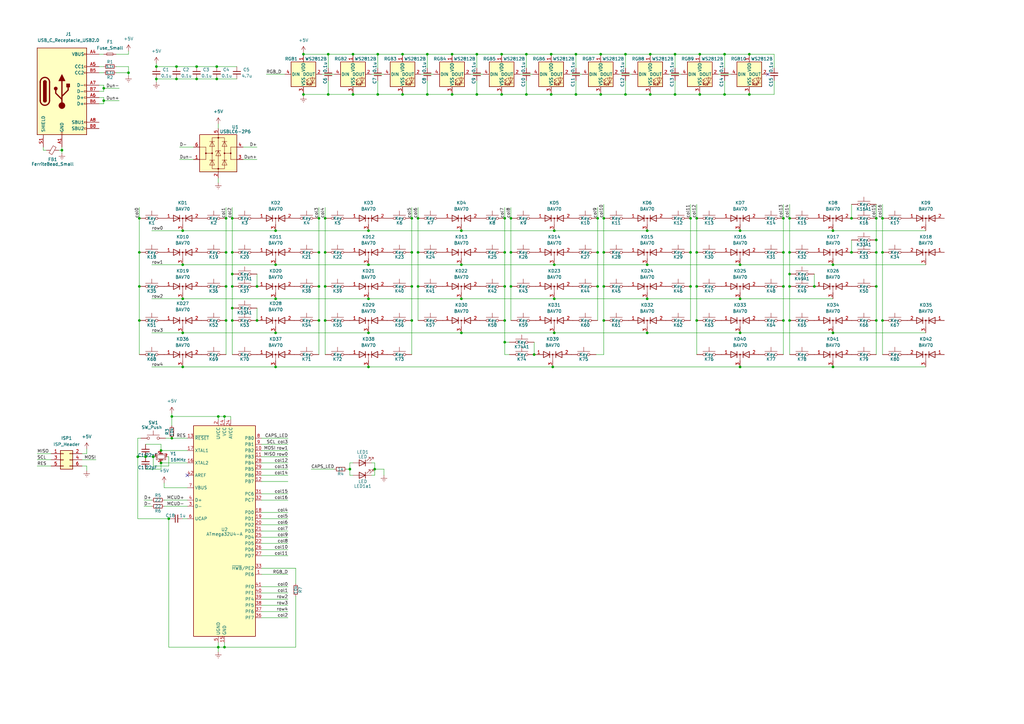
<source format=kicad_sch>
(kicad_sch (version 20210621) (generator eeschema)
  (paper "A3")
  (junction (at 25.4 61.595) (diameter 0.9144))
  (junction (at 42.545 36.195) (diameter 0.9144))
  (junction (at 42.545 41.275) (diameter 0.9144))
  (junction (at 52.705 29.845) (diameter 0.9144))
  (junction (at 56.515 187.325) (diameter 0.9144))
  (junction (at 57.15 89.535) (diameter 0.9144))
  (junction (at 57.15 103.505) (diameter 0.9144))
  (junction (at 57.15 117.475) (diameter 0.9144))
  (junction (at 57.15 131.445) (diameter 0.9144))
  (junction (at 59.69 187.325) (diameter 0.9144))
  (junction (at 62.865 187.325) (diameter 0.9144))
  (junction (at 64.135 27.305) (diameter 0.9144))
  (junction (at 64.135 32.385) (diameter 0.9144))
  (junction (at 66.04 184.785) (diameter 0.9144))
  (junction (at 66.04 189.865) (diameter 0.9144))
  (junction (at 69.215 212.725) (diameter 0.9144))
  (junction (at 70.485 170.815) (diameter 0.9144))
  (junction (at 70.485 179.705) (diameter 0.9144))
  (junction (at 72.39 27.305) (diameter 0.9144))
  (junction (at 72.39 32.385) (diameter 0.9144))
  (junction (at 74.93 94.615) (diameter 0.9144))
  (junction (at 74.93 108.585) (diameter 0.9144))
  (junction (at 74.93 122.555) (diameter 0.9144))
  (junction (at 74.93 136.525) (diameter 0.9144))
  (junction (at 74.93 150.495) (diameter 0.9144))
  (junction (at 80.645 27.305) (diameter 0.9144))
  (junction (at 80.645 32.385) (diameter 0.9144))
  (junction (at 88.9 27.305) (diameter 0.9144))
  (junction (at 88.9 32.385) (diameter 0.9144))
  (junction (at 89.535 170.815) (diameter 0.9144))
  (junction (at 89.535 265.43) (diameter 0.9144))
  (junction (at 92.075 170.815) (diameter 0.9144))
  (junction (at 92.075 265.43) (diameter 0.9144))
  (junction (at 92.71 89.535) (diameter 0.9144))
  (junction (at 92.71 103.505) (diameter 0.9144))
  (junction (at 92.71 117.475) (diameter 0.9144))
  (junction (at 92.71 131.445) (diameter 0.9144))
  (junction (at 95.25 89.535) (diameter 0.9144))
  (junction (at 95.25 103.505) (diameter 0.9144))
  (junction (at 95.25 112.395) (diameter 0.9144))
  (junction (at 95.25 117.475) (diameter 0.9144))
  (junction (at 95.25 126.365) (diameter 0.9144))
  (junction (at 95.25 131.445) (diameter 0.9144))
  (junction (at 105.41 117.475) (diameter 0.9144))
  (junction (at 105.41 131.445) (diameter 0.9144))
  (junction (at 113.03 94.615) (diameter 0.9144))
  (junction (at 113.03 108.585) (diameter 0.9144))
  (junction (at 113.03 122.555) (diameter 0.9144))
  (junction (at 113.03 136.525) (diameter 0.9144))
  (junction (at 113.03 150.495) (diameter 0.9144))
  (junction (at 124.46 22.225) (diameter 0.9144))
  (junction (at 124.46 38.735) (diameter 0.9144))
  (junction (at 130.81 89.535) (diameter 0.9144))
  (junction (at 130.81 103.505) (diameter 0.9144))
  (junction (at 130.81 117.475) (diameter 0.9144))
  (junction (at 130.81 131.445) (diameter 0.9144))
  (junction (at 133.35 89.535) (diameter 0.9144))
  (junction (at 133.35 103.505) (diameter 0.9144))
  (junction (at 133.35 117.475) (diameter 0.9144))
  (junction (at 133.35 131.445) (diameter 0.9144))
  (junction (at 134.62 22.225) (diameter 0.9144))
  (junction (at 134.62 38.735) (diameter 0.9144))
  (junction (at 143.51 192.405) (diameter 0.9144))
  (junction (at 144.78 22.225) (diameter 0.9144))
  (junction (at 144.78 38.735) (diameter 0.9144))
  (junction (at 151.13 94.615) (diameter 0.9144))
  (junction (at 151.13 108.585) (diameter 0.9144))
  (junction (at 151.13 122.555) (diameter 0.9144))
  (junction (at 151.13 136.525) (diameter 0.9144))
  (junction (at 151.13 150.495) (diameter 0.9144))
  (junction (at 153.67 192.405) (diameter 0.9144))
  (junction (at 154.94 22.225) (diameter 0.9144))
  (junction (at 154.94 38.735) (diameter 0.9144))
  (junction (at 165.1 22.225) (diameter 0.9144))
  (junction (at 165.1 38.735) (diameter 0.9144))
  (junction (at 168.91 89.535) (diameter 0.9144))
  (junction (at 168.91 103.505) (diameter 0.9144))
  (junction (at 168.91 117.475) (diameter 0.9144))
  (junction (at 168.91 131.445) (diameter 0.9144))
  (junction (at 171.45 89.535) (diameter 0.9144))
  (junction (at 171.45 103.505) (diameter 0.9144))
  (junction (at 171.45 117.475) (diameter 0.9144))
  (junction (at 175.26 22.225) (diameter 0.9144))
  (junction (at 175.26 38.735) (diameter 0.9144))
  (junction (at 185.42 22.225) (diameter 0.9144))
  (junction (at 185.42 38.735) (diameter 0.9144))
  (junction (at 189.23 94.615) (diameter 0.9144))
  (junction (at 189.23 108.585) (diameter 0.9144))
  (junction (at 189.23 122.555) (diameter 0.9144))
  (junction (at 189.23 136.525) (diameter 0.9144))
  (junction (at 195.58 22.225) (diameter 0.9144))
  (junction (at 195.58 38.735) (diameter 0.9144))
  (junction (at 205.74 22.225) (diameter 0.9144))
  (junction (at 205.74 38.735) (diameter 0.9144))
  (junction (at 207.01 89.535) (diameter 0.9144))
  (junction (at 207.01 103.505) (diameter 0.9144))
  (junction (at 207.01 117.475) (diameter 0.9144))
  (junction (at 207.01 131.445) (diameter 0.9144))
  (junction (at 207.01 140.335) (diameter 0.9144))
  (junction (at 209.55 89.535) (diameter 0.9144))
  (junction (at 209.55 103.505) (diameter 0.9144))
  (junction (at 209.55 117.475) (diameter 0.9144))
  (junction (at 215.9 22.225) (diameter 0.9144))
  (junction (at 215.9 38.735) (diameter 0.9144))
  (junction (at 219.075 145.415) (diameter 0.9144))
  (junction (at 226.06 22.225) (diameter 0.9144))
  (junction (at 226.06 38.735) (diameter 0.9144))
  (junction (at 226.695 150.495) (diameter 0.9144))
  (junction (at 227.33 94.615) (diameter 0.9144))
  (junction (at 227.33 108.585) (diameter 0.9144))
  (junction (at 227.33 122.555) (diameter 0.9144))
  (junction (at 227.33 136.525) (diameter 0.9144))
  (junction (at 236.22 22.225) (diameter 0.9144))
  (junction (at 236.22 38.735) (diameter 0.9144))
  (junction (at 245.11 89.535) (diameter 0.9144))
  (junction (at 245.11 103.505) (diameter 0.9144))
  (junction (at 245.11 117.475) (diameter 0.9144))
  (junction (at 246.38 22.225) (diameter 0.9144))
  (junction (at 246.38 38.735) (diameter 0.9144))
  (junction (at 247.65 89.535) (diameter 0.9144))
  (junction (at 247.65 103.505) (diameter 0.9144))
  (junction (at 247.65 117.475) (diameter 0.9144))
  (junction (at 247.65 131.445) (diameter 0.9144))
  (junction (at 256.54 22.225) (diameter 0.9144))
  (junction (at 256.54 38.735) (diameter 0.9144))
  (junction (at 265.43 94.615) (diameter 0.9144))
  (junction (at 265.43 108.585) (diameter 0.9144))
  (junction (at 265.43 122.555) (diameter 0.9144))
  (junction (at 265.43 136.525) (diameter 0.9144))
  (junction (at 266.7 22.225) (diameter 0.9144))
  (junction (at 266.7 38.735) (diameter 0.9144))
  (junction (at 276.86 22.225) (diameter 0.9144))
  (junction (at 276.86 38.735) (diameter 0.9144))
  (junction (at 283.21 89.535) (diameter 0.9144))
  (junction (at 283.21 103.505) (diameter 0.9144))
  (junction (at 283.21 117.475) (diameter 0.9144))
  (junction (at 285.75 89.535) (diameter 0.9144))
  (junction (at 285.75 103.505) (diameter 0.9144))
  (junction (at 285.75 117.475) (diameter 0.9144))
  (junction (at 285.75 131.445) (diameter 0.9144))
  (junction (at 287.02 22.225) (diameter 0.9144))
  (junction (at 287.02 38.735) (diameter 0.9144))
  (junction (at 297.18 22.225) (diameter 0.9144))
  (junction (at 297.18 38.735) (diameter 0.9144))
  (junction (at 303.53 94.615) (diameter 0.9144))
  (junction (at 303.53 108.585) (diameter 0.9144))
  (junction (at 303.53 122.555) (diameter 0.9144))
  (junction (at 303.53 136.525) (diameter 0.9144))
  (junction (at 303.53 150.495) (diameter 0.9144))
  (junction (at 307.34 22.225) (diameter 0.9144))
  (junction (at 307.34 38.735) (diameter 0.9144))
  (junction (at 321.31 89.535) (diameter 0.9144))
  (junction (at 321.31 103.505) (diameter 0.9144))
  (junction (at 321.31 117.475) (diameter 0.9144))
  (junction (at 321.31 131.445) (diameter 0.9144))
  (junction (at 323.85 89.535) (diameter 0.9144))
  (junction (at 323.85 103.505) (diameter 0.9144))
  (junction (at 323.85 112.395) (diameter 0.9144))
  (junction (at 323.85 117.475) (diameter 0.9144))
  (junction (at 323.85 131.445) (diameter 0.9144))
  (junction (at 334.01 117.475) (diameter 0.9144))
  (junction (at 341.63 94.615) (diameter 0.9144))
  (junction (at 341.63 108.585) (diameter 0.9144))
  (junction (at 341.63 136.525) (diameter 0.9144))
  (junction (at 341.63 150.495) (diameter 0.9144))
  (junction (at 349.25 89.535) (diameter 0.9144))
  (junction (at 349.25 103.505) (diameter 0.9144))
  (junction (at 359.41 89.535) (diameter 0.9144))
  (junction (at 359.41 98.425) (diameter 0.9144))
  (junction (at 359.41 103.505) (diameter 0.9144))
  (junction (at 359.41 117.475) (diameter 0.9144))
  (junction (at 359.41 131.445) (diameter 0.9144))
  (junction (at 361.95 89.535) (diameter 0.9144))
  (junction (at 361.95 103.505) (diameter 0.9144))
  (junction (at 361.95 131.445) (diameter 0.9144))
  (no_connect (at 76.835 194.945))
  (no_connect (at 314.96 30.48))
  (wire (pts (xy 15.24 186.055) (xy 20.955 186.055)))
  (wire (pts (xy 15.24 188.595) (xy 20.955 188.595)))
  (wire (pts (xy 15.24 191.135) (xy 20.955 191.135)))
  (wire (pts (xy 17.78 61.595) (xy 17.78 60.325)))
  (wire (pts (xy 19.05 61.595) (xy 17.78 61.595)))
  (wire (pts (xy 24.13 61.595) (xy 25.4 61.595)))
  (wire (pts (xy 25.4 61.595) (xy 25.4 60.325)))
  (wire (pts (xy 25.4 61.595) (xy 25.4 62.865)))
  (wire (pts (xy 33.655 186.055) (xy 35.56 186.055)))
  (wire (pts (xy 33.655 188.595) (xy 39.37 188.595)))
  (wire (pts (xy 33.655 191.135) (xy 35.56 191.135)))
  (wire (pts (xy 35.56 186.055) (xy 35.56 184.15)))
  (wire (pts (xy 35.56 191.135) (xy 35.56 193.04)))
  (wire (pts (xy 40.64 22.225) (xy 42.545 22.225)))
  (wire (pts (xy 40.64 27.305) (xy 42.545 27.305)))
  (wire (pts (xy 40.64 29.845) (xy 42.545 29.845)))
  (wire (pts (xy 40.64 34.925) (xy 42.545 34.925)))
  (wire (pts (xy 40.64 37.465) (xy 42.545 37.465)))
  (wire (pts (xy 40.64 42.545) (xy 42.545 42.545)))
  (wire (pts (xy 42.545 34.925) (xy 42.545 36.195)))
  (wire (pts (xy 42.545 36.195) (xy 48.895 36.195)))
  (wire (pts (xy 42.545 37.465) (xy 42.545 36.195)))
  (wire (pts (xy 42.545 40.005) (xy 40.64 40.005)))
  (wire (pts (xy 42.545 41.275) (xy 42.545 40.005)))
  (wire (pts (xy 42.545 41.275) (xy 48.895 41.275)))
  (wire (pts (xy 42.545 42.545) (xy 42.545 41.275)))
  (wire (pts (xy 47.625 22.225) (xy 52.705 22.225)))
  (wire (pts (xy 47.625 27.305) (xy 52.705 27.305)))
  (wire (pts (xy 47.625 29.845) (xy 52.705 29.845)))
  (wire (pts (xy 52.705 22.225) (xy 52.705 20.955)))
  (wire (pts (xy 52.705 27.305) (xy 52.705 29.845)))
  (wire (pts (xy 52.705 29.845) (xy 52.705 31.115)))
  (wire (pts (xy 56.515 179.705) (xy 56.515 187.325)))
  (wire (pts (xy 56.515 187.325) (xy 56.515 212.725)))
  (wire (pts (xy 56.515 187.325) (xy 59.69 187.325)))
  (wire (pts (xy 56.515 212.725) (xy 69.215 212.725)))
  (wire (pts (xy 57.15 85.09) (xy 57.15 89.535)))
  (wire (pts (xy 57.15 89.535) (xy 57.15 103.505)))
  (wire (pts (xy 57.15 103.505) (xy 57.15 117.475)))
  (wire (pts (xy 57.15 117.475) (xy 57.15 131.445)))
  (wire (pts (xy 57.15 131.445) (xy 57.15 145.415)))
  (wire (pts (xy 57.785 179.705) (xy 56.515 179.705)))
  (wire (pts (xy 59.055 205.105) (xy 62.23 205.105)))
  (wire (pts (xy 59.055 207.645) (xy 62.23 207.645)))
  (wire (pts (xy 59.69 182.245) (xy 66.04 182.245)))
  (wire (pts (xy 59.69 187.325) (xy 62.865 187.325)))
  (wire (pts (xy 59.69 192.405) (xy 66.04 192.405)))
  (wire (pts (xy 62.23 94.615) (xy 74.93 94.615)))
  (wire (pts (xy 62.23 108.585) (xy 74.93 108.585)))
  (wire (pts (xy 62.23 122.555) (xy 74.93 122.555)))
  (wire (pts (xy 62.23 136.525) (xy 74.93 136.525)))
  (wire (pts (xy 62.23 150.495) (xy 74.93 150.495)))
  (wire (pts (xy 62.865 187.325) (xy 62.865 191.135)))
  (wire (pts (xy 62.865 187.325) (xy 63.5 187.325)))
  (wire (pts (xy 62.865 191.135) (xy 69.215 191.135)))
  (wire (pts (xy 64.135 26.035) (xy 64.135 27.305)))
  (wire (pts (xy 64.135 27.305) (xy 72.39 27.305)))
  (wire (pts (xy 64.135 32.385) (xy 64.135 33.655)))
  (wire (pts (xy 64.135 32.385) (xy 72.39 32.385)))
  (wire (pts (xy 66.04 182.245) (xy 66.04 184.785)))
  (wire (pts (xy 66.04 184.785) (xy 76.835 184.785)))
  (wire (pts (xy 66.04 189.865) (xy 76.835 189.865)))
  (wire (pts (xy 66.04 192.405) (xy 66.04 189.865)))
  (wire (pts (xy 67.31 198.12) (xy 67.31 200.025)))
  (wire (pts (xy 67.31 200.025) (xy 76.835 200.025)))
  (wire (pts (xy 67.31 205.105) (xy 76.835 205.105)))
  (wire (pts (xy 67.31 207.645) (xy 76.835 207.645)))
  (wire (pts (xy 67.945 179.705) (xy 70.485 179.705)))
  (wire (pts (xy 69.215 187.325) (xy 68.58 187.325)))
  (wire (pts (xy 69.215 191.135) (xy 69.215 187.325)))
  (wire (pts (xy 69.215 212.725) (xy 69.215 265.43)))
  (wire (pts (xy 69.215 212.725) (xy 69.85 212.725)))
  (wire (pts (xy 69.215 265.43) (xy 89.535 265.43)))
  (wire (pts (xy 70.485 169.545) (xy 70.485 170.815)))
  (wire (pts (xy 70.485 170.815) (xy 70.485 174.625)))
  (wire (pts (xy 70.485 170.815) (xy 89.535 170.815)))
  (wire (pts (xy 70.485 179.705) (xy 76.835 179.705)))
  (wire (pts (xy 72.39 27.305) (xy 80.645 27.305)))
  (wire (pts (xy 72.39 32.385) (xy 80.645 32.385)))
  (wire (pts (xy 73.66 60.325) (xy 79.375 60.325)))
  (wire (pts (xy 73.66 65.405) (xy 79.375 65.405)))
  (wire (pts (xy 74.93 94.615) (xy 113.03 94.615)))
  (wire (pts (xy 74.93 108.585) (xy 113.03 108.585)))
  (wire (pts (xy 74.93 122.555) (xy 113.03 122.555)))
  (wire (pts (xy 74.93 136.525) (xy 113.03 136.525)))
  (wire (pts (xy 74.93 150.495) (xy 113.03 150.495)))
  (wire (pts (xy 74.93 212.725) (xy 76.835 212.725)))
  (wire (pts (xy 80.645 27.305) (xy 88.9 27.305)))
  (wire (pts (xy 80.645 32.385) (xy 88.9 32.385)))
  (wire (pts (xy 88.9 27.305) (xy 97.155 27.305)))
  (wire (pts (xy 88.9 32.385) (xy 97.155 32.385)))
  (wire (pts (xy 89.535 50.8) (xy 89.535 52.705)))
  (wire (pts (xy 89.535 73.025) (xy 89.535 74.93)))
  (wire (pts (xy 89.535 170.815) (xy 89.535 172.085)))
  (wire (pts (xy 89.535 170.815) (xy 92.075 170.815)))
  (wire (pts (xy 89.535 263.525) (xy 89.535 265.43)))
  (wire (pts (xy 89.535 265.43) (xy 89.535 267.335)))
  (wire (pts (xy 89.535 265.43) (xy 92.075 265.43)))
  (wire (pts (xy 92.075 170.815) (xy 92.075 172.085)))
  (wire (pts (xy 92.075 170.815) (xy 94.615 170.815)))
  (wire (pts (xy 92.075 263.525) (xy 92.075 265.43)))
  (wire (pts (xy 92.075 265.43) (xy 121.285 265.43)))
  (wire (pts (xy 92.71 85.09) (xy 92.71 89.535)))
  (wire (pts (xy 92.71 89.535) (xy 92.71 103.505)))
  (wire (pts (xy 92.71 103.505) (xy 92.71 117.475)))
  (wire (pts (xy 92.71 117.475) (xy 92.71 131.445)))
  (wire (pts (xy 92.71 131.445) (xy 92.71 145.415)))
  (wire (pts (xy 94.615 170.815) (xy 94.615 172.085)))
  (wire (pts (xy 95.25 85.09) (xy 95.25 89.535)))
  (wire (pts (xy 95.25 89.535) (xy 95.25 103.505)))
  (wire (pts (xy 95.25 103.505) (xy 95.25 112.395)))
  (wire (pts (xy 95.25 112.395) (xy 95.25 117.475)))
  (wire (pts (xy 95.25 117.475) (xy 95.25 126.365)))
  (wire (pts (xy 95.25 126.365) (xy 95.25 131.445)))
  (wire (pts (xy 95.25 131.445) (xy 95.25 145.415)))
  (wire (pts (xy 99.695 60.325) (xy 105.41 60.325)))
  (wire (pts (xy 99.695 65.405) (xy 105.41 65.405)))
  (wire (pts (xy 105.41 112.395) (xy 105.41 117.475)))
  (wire (pts (xy 105.41 126.365) (xy 105.41 131.445)))
  (wire (pts (xy 107.315 179.705) (xy 118.11 179.705)))
  (wire (pts (xy 107.315 182.245) (xy 118.11 182.245)))
  (wire (pts (xy 107.315 184.785) (xy 118.11 184.785)))
  (wire (pts (xy 107.315 187.325) (xy 118.11 187.325)))
  (wire (pts (xy 107.315 189.865) (xy 118.11 189.865)))
  (wire (pts (xy 107.315 192.405) (xy 118.11 192.405)))
  (wire (pts (xy 107.315 194.945) (xy 118.11 194.945)))
  (wire (pts (xy 107.315 197.485) (xy 118.11 197.485)))
  (wire (pts (xy 107.315 202.565) (xy 118.11 202.565)))
  (wire (pts (xy 107.315 205.105) (xy 118.11 205.105)))
  (wire (pts (xy 107.315 210.185) (xy 118.11 210.185)))
  (wire (pts (xy 107.315 212.725) (xy 118.11 212.725)))
  (wire (pts (xy 107.315 215.265) (xy 118.11 215.265)))
  (wire (pts (xy 107.315 217.805) (xy 118.11 217.805)))
  (wire (pts (xy 107.315 220.345) (xy 118.11 220.345)))
  (wire (pts (xy 107.315 222.885) (xy 118.11 222.885)))
  (wire (pts (xy 107.315 225.425) (xy 118.11 225.425)))
  (wire (pts (xy 107.315 227.965) (xy 118.11 227.965)))
  (wire (pts (xy 107.315 233.045) (xy 121.285 233.045)))
  (wire (pts (xy 107.315 235.585) (xy 118.11 235.585)))
  (wire (pts (xy 107.315 240.665) (xy 118.11 240.665)))
  (wire (pts (xy 107.315 243.205) (xy 118.11 243.205)))
  (wire (pts (xy 107.315 245.745) (xy 118.11 245.745)))
  (wire (pts (xy 107.315 248.285) (xy 118.11 248.285)))
  (wire (pts (xy 107.315 250.825) (xy 118.11 250.825)))
  (wire (pts (xy 107.315 253.365) (xy 118.11 253.365)))
  (wire (pts (xy 109.22 30.48) (xy 116.84 30.48)))
  (wire (pts (xy 113.03 94.615) (xy 151.13 94.615)))
  (wire (pts (xy 113.03 108.585) (xy 151.13 108.585)))
  (wire (pts (xy 113.03 122.555) (xy 151.13 122.555)))
  (wire (pts (xy 113.03 136.525) (xy 151.13 136.525)))
  (wire (pts (xy 113.03 150.495) (xy 151.13 150.495)))
  (wire (pts (xy 121.285 233.045) (xy 121.285 239.395)))
  (wire (pts (xy 121.285 244.475) (xy 121.285 265.43)))
  (wire (pts (xy 124.46 21.59) (xy 124.46 22.225)))
  (wire (pts (xy 124.46 22.225) (xy 124.46 22.86)))
  (wire (pts (xy 124.46 38.1) (xy 124.46 38.735)))
  (wire (pts (xy 124.46 38.735) (xy 124.46 39.37)))
  (wire (pts (xy 124.46 38.735) (xy 134.62 38.735)))
  (wire (pts (xy 127.635 192.405) (xy 137.16 192.405)))
  (wire (pts (xy 130.81 85.09) (xy 130.81 89.535)))
  (wire (pts (xy 130.81 89.535) (xy 130.81 103.505)))
  (wire (pts (xy 130.81 103.505) (xy 130.81 117.475)))
  (wire (pts (xy 130.81 117.475) (xy 130.81 131.445)))
  (wire (pts (xy 130.81 131.445) (xy 130.81 145.415)))
  (wire (pts (xy 132.08 30.48) (xy 137.16 30.48)))
  (wire (pts (xy 133.35 85.09) (xy 133.35 89.535)))
  (wire (pts (xy 133.35 89.535) (xy 133.35 103.505)))
  (wire (pts (xy 133.35 103.505) (xy 133.35 117.475)))
  (wire (pts (xy 133.35 117.475) (xy 133.35 131.445)))
  (wire (pts (xy 133.35 131.445) (xy 133.35 145.415)))
  (wire (pts (xy 134.62 22.225) (xy 124.46 22.225)))
  (wire (pts (xy 134.62 22.225) (xy 144.78 22.225)))
  (wire (pts (xy 134.62 27.94) (xy 134.62 22.225)))
  (wire (pts (xy 134.62 38.735) (xy 134.62 33.02)))
  (wire (pts (xy 134.62 38.735) (xy 144.78 38.735)))
  (wire (pts (xy 142.24 192.405) (xy 143.51 192.405)))
  (wire (pts (xy 143.51 189.865) (xy 143.51 192.405)))
  (wire (pts (xy 143.51 189.865) (xy 144.78 189.865)))
  (wire (pts (xy 143.51 192.405) (xy 143.51 194.945)))
  (wire (pts (xy 143.51 194.945) (xy 144.78 194.945)))
  (wire (pts (xy 144.78 22.225) (xy 144.78 22.86)))
  (wire (pts (xy 144.78 22.225) (xy 154.94 22.225)))
  (wire (pts (xy 144.78 38.1) (xy 144.78 38.735)))
  (wire (pts (xy 144.78 38.735) (xy 154.94 38.735)))
  (wire (pts (xy 151.13 94.615) (xy 189.23 94.615)))
  (wire (pts (xy 151.13 108.585) (xy 189.23 108.585)))
  (wire (pts (xy 151.13 122.555) (xy 189.23 122.555)))
  (wire (pts (xy 151.13 136.525) (xy 189.23 136.525)))
  (wire (pts (xy 151.13 150.495) (xy 226.695 150.495)))
  (wire (pts (xy 152.4 30.48) (xy 157.48 30.48)))
  (wire (pts (xy 152.4 189.865) (xy 153.67 189.865)))
  (wire (pts (xy 152.4 194.945) (xy 153.67 194.945)))
  (wire (pts (xy 153.67 189.865) (xy 153.67 192.405)))
  (wire (pts (xy 153.67 192.405) (xy 157.48 192.405)))
  (wire (pts (xy 153.67 194.945) (xy 153.67 192.405)))
  (wire (pts (xy 154.94 22.225) (xy 165.1 22.225)))
  (wire (pts (xy 154.94 27.94) (xy 154.94 22.225)))
  (wire (pts (xy 154.94 38.735) (xy 154.94 33.02)))
  (wire (pts (xy 154.94 38.735) (xy 165.1 38.735)))
  (wire (pts (xy 157.48 192.405) (xy 157.48 194.945)))
  (wire (pts (xy 165.1 22.225) (xy 165.1 22.86)))
  (wire (pts (xy 165.1 22.225) (xy 175.26 22.225)))
  (wire (pts (xy 165.1 38.1) (xy 165.1 38.735)))
  (wire (pts (xy 165.1 38.735) (xy 175.26 38.735)))
  (wire (pts (xy 168.91 85.09) (xy 168.91 89.535)))
  (wire (pts (xy 168.91 89.535) (xy 168.91 103.505)))
  (wire (pts (xy 168.91 103.505) (xy 168.91 117.475)))
  (wire (pts (xy 168.91 117.475) (xy 168.91 131.445)))
  (wire (pts (xy 168.91 131.445) (xy 168.91 145.415)))
  (wire (pts (xy 171.45 85.09) (xy 171.45 89.535)))
  (wire (pts (xy 171.45 89.535) (xy 171.45 103.505)))
  (wire (pts (xy 171.45 103.505) (xy 171.45 117.475)))
  (wire (pts (xy 171.45 117.475) (xy 171.45 131.445)))
  (wire (pts (xy 172.72 30.48) (xy 177.8 30.48)))
  (wire (pts (xy 175.26 22.225) (xy 185.42 22.225)))
  (wire (pts (xy 175.26 27.94) (xy 175.26 22.225)))
  (wire (pts (xy 175.26 38.735) (xy 175.26 33.02)))
  (wire (pts (xy 175.26 38.735) (xy 185.42 38.735)))
  (wire (pts (xy 185.42 22.225) (xy 185.42 22.86)))
  (wire (pts (xy 185.42 22.225) (xy 195.58 22.225)))
  (wire (pts (xy 185.42 38.1) (xy 185.42 38.735)))
  (wire (pts (xy 185.42 38.735) (xy 195.58 38.735)))
  (wire (pts (xy 189.23 94.615) (xy 227.33 94.615)))
  (wire (pts (xy 189.23 108.585) (xy 227.33 108.585)))
  (wire (pts (xy 189.23 122.555) (xy 227.33 122.555)))
  (wire (pts (xy 189.23 136.525) (xy 227.33 136.525)))
  (wire (pts (xy 193.04 30.48) (xy 198.12 30.48)))
  (wire (pts (xy 195.58 22.225) (xy 205.74 22.225)))
  (wire (pts (xy 195.58 27.94) (xy 195.58 22.225)))
  (wire (pts (xy 195.58 38.735) (xy 195.58 33.02)))
  (wire (pts (xy 195.58 38.735) (xy 205.74 38.735)))
  (wire (pts (xy 205.74 22.225) (xy 205.74 22.86)))
  (wire (pts (xy 205.74 22.225) (xy 215.9 22.225)))
  (wire (pts (xy 205.74 38.1) (xy 205.74 38.735)))
  (wire (pts (xy 205.74 38.735) (xy 215.9 38.735)))
  (wire (pts (xy 207.01 85.09) (xy 207.01 89.535)))
  (wire (pts (xy 207.01 89.535) (xy 207.01 103.505)))
  (wire (pts (xy 207.01 103.505) (xy 207.01 117.475)))
  (wire (pts (xy 207.01 117.475) (xy 207.01 131.445)))
  (wire (pts (xy 207.01 131.445) (xy 207.01 140.335)))
  (wire (pts (xy 207.01 140.335) (xy 207.01 145.415)))
  (wire (pts (xy 207.01 140.335) (xy 208.915 140.335)))
  (wire (pts (xy 207.01 145.415) (xy 208.915 145.415)))
  (wire (pts (xy 209.55 85.09) (xy 209.55 89.535)))
  (wire (pts (xy 209.55 89.535) (xy 209.55 103.505)))
  (wire (pts (xy 209.55 103.505) (xy 209.55 117.475)))
  (wire (pts (xy 209.55 117.475) (xy 209.55 131.445)))
  (wire (pts (xy 213.36 30.48) (xy 218.44 30.48)))
  (wire (pts (xy 215.9 22.225) (xy 226.06 22.225)))
  (wire (pts (xy 215.9 27.94) (xy 215.9 22.225)))
  (wire (pts (xy 215.9 38.735) (xy 215.9 33.02)))
  (wire (pts (xy 215.9 38.735) (xy 226.06 38.735)))
  (wire (pts (xy 219.075 140.335) (xy 219.075 145.415)))
  (wire (pts (xy 226.06 22.225) (xy 226.06 22.86)))
  (wire (pts (xy 226.06 22.225) (xy 236.22 22.225)))
  (wire (pts (xy 226.06 38.1) (xy 226.06 38.735)))
  (wire (pts (xy 226.06 38.735) (xy 236.22 38.735)))
  (wire (pts (xy 226.695 150.495) (xy 303.53 150.495)))
  (wire (pts (xy 227.33 94.615) (xy 265.43 94.615)))
  (wire (pts (xy 227.33 108.585) (xy 265.43 108.585)))
  (wire (pts (xy 227.33 122.555) (xy 265.43 122.555)))
  (wire (pts (xy 227.33 136.525) (xy 265.43 136.525)))
  (wire (pts (xy 233.68 30.48) (xy 238.76 30.48)))
  (wire (pts (xy 236.22 22.225) (xy 246.38 22.225)))
  (wire (pts (xy 236.22 27.94) (xy 236.22 22.225)))
  (wire (pts (xy 236.22 38.735) (xy 236.22 33.02)))
  (wire (pts (xy 236.22 38.735) (xy 246.38 38.735)))
  (wire (pts (xy 244.475 145.415) (xy 247.65 145.415)))
  (wire (pts (xy 245.11 85.09) (xy 245.11 89.535)))
  (wire (pts (xy 245.11 89.535) (xy 245.11 103.505)))
  (wire (pts (xy 245.11 103.505) (xy 245.11 117.475)))
  (wire (pts (xy 245.11 117.475) (xy 245.11 131.445)))
  (wire (pts (xy 246.38 22.225) (xy 246.38 22.86)))
  (wire (pts (xy 246.38 22.225) (xy 256.54 22.225)))
  (wire (pts (xy 246.38 38.1) (xy 246.38 38.735)))
  (wire (pts (xy 246.38 38.735) (xy 256.54 38.735)))
  (wire (pts (xy 247.65 83.82) (xy 247.65 89.535)))
  (wire (pts (xy 247.65 89.535) (xy 247.65 103.505)))
  (wire (pts (xy 247.65 103.505) (xy 247.65 117.475)))
  (wire (pts (xy 247.65 117.475) (xy 247.65 131.445)))
  (wire (pts (xy 247.65 131.445) (xy 247.65 145.415)))
  (wire (pts (xy 254 30.48) (xy 259.08 30.48)))
  (wire (pts (xy 256.54 22.225) (xy 266.7 22.225)))
  (wire (pts (xy 256.54 27.94) (xy 256.54 22.225)))
  (wire (pts (xy 256.54 38.735) (xy 256.54 33.02)))
  (wire (pts (xy 256.54 38.735) (xy 266.7 38.735)))
  (wire (pts (xy 265.43 94.615) (xy 303.53 94.615)))
  (wire (pts (xy 265.43 108.585) (xy 303.53 108.585)))
  (wire (pts (xy 265.43 122.555) (xy 303.53 122.555)))
  (wire (pts (xy 265.43 136.525) (xy 303.53 136.525)))
  (wire (pts (xy 266.7 22.225) (xy 266.7 22.86)))
  (wire (pts (xy 266.7 22.225) (xy 276.86 22.225)))
  (wire (pts (xy 266.7 38.1) (xy 266.7 38.735)))
  (wire (pts (xy 266.7 38.735) (xy 276.86 38.735)))
  (wire (pts (xy 274.32 30.48) (xy 279.4 30.48)))
  (wire (pts (xy 276.86 22.225) (xy 287.02 22.225)))
  (wire (pts (xy 276.86 27.94) (xy 276.86 22.225)))
  (wire (pts (xy 276.86 38.735) (xy 276.86 33.02)))
  (wire (pts (xy 276.86 38.735) (xy 287.02 38.735)))
  (wire (pts (xy 283.21 83.82) (xy 283.21 89.535)))
  (wire (pts (xy 283.21 89.535) (xy 283.21 103.505)))
  (wire (pts (xy 283.21 103.505) (xy 283.21 117.475)))
  (wire (pts (xy 283.21 117.475) (xy 283.21 131.445)))
  (wire (pts (xy 285.75 83.82) (xy 285.75 89.535)))
  (wire (pts (xy 285.75 89.535) (xy 285.75 103.505)))
  (wire (pts (xy 285.75 103.505) (xy 285.75 117.475)))
  (wire (pts (xy 285.75 117.475) (xy 285.75 131.445)))
  (wire (pts (xy 285.75 131.445) (xy 285.75 145.415)))
  (wire (pts (xy 287.02 22.225) (xy 287.02 22.86)))
  (wire (pts (xy 287.02 22.225) (xy 297.18 22.225)))
  (wire (pts (xy 287.02 38.1) (xy 287.02 38.735)))
  (wire (pts (xy 287.02 38.735) (xy 297.18 38.735)))
  (wire (pts (xy 294.64 30.48) (xy 299.72 30.48)))
  (wire (pts (xy 297.18 22.225) (xy 307.34 22.225)))
  (wire (pts (xy 297.18 27.94) (xy 297.18 22.225)))
  (wire (pts (xy 297.18 38.735) (xy 297.18 33.02)))
  (wire (pts (xy 297.18 38.735) (xy 307.34 38.735)))
  (wire (pts (xy 303.53 94.615) (xy 341.63 94.615)))
  (wire (pts (xy 303.53 108.585) (xy 341.63 108.585)))
  (wire (pts (xy 303.53 122.555) (xy 341.63 122.555)))
  (wire (pts (xy 303.53 136.525) (xy 341.63 136.525)))
  (wire (pts (xy 303.53 150.495) (xy 341.63 150.495)))
  (wire (pts (xy 307.34 22.225) (xy 307.34 22.86)))
  (wire (pts (xy 307.34 38.1) (xy 307.34 38.735)))
  (wire (pts (xy 307.34 38.735) (xy 317.5 38.735)))
  (wire (pts (xy 317.5 22.225) (xy 307.34 22.225)))
  (wire (pts (xy 317.5 27.94) (xy 317.5 22.225)))
  (wire (pts (xy 317.5 38.735) (xy 317.5 33.02)))
  (wire (pts (xy 321.31 83.82) (xy 321.31 89.535)))
  (wire (pts (xy 321.31 89.535) (xy 321.31 103.505)))
  (wire (pts (xy 321.31 103.505) (xy 321.31 117.475)))
  (wire (pts (xy 321.31 117.475) (xy 321.31 131.445)))
  (wire (pts (xy 321.31 131.445) (xy 321.31 145.415)))
  (wire (pts (xy 323.85 83.82) (xy 323.85 89.535)))
  (wire (pts (xy 323.85 89.535) (xy 323.85 103.505)))
  (wire (pts (xy 323.85 103.505) (xy 323.85 112.395)))
  (wire (pts (xy 323.85 112.395) (xy 323.85 117.475)))
  (wire (pts (xy 323.85 117.475) (xy 323.85 131.445)))
  (wire (pts (xy 323.85 131.445) (xy 323.85 145.415)))
  (wire (pts (xy 334.01 112.395) (xy 334.01 117.475)))
  (wire (pts (xy 341.63 94.615) (xy 379.73 94.615)))
  (wire (pts (xy 341.63 108.585) (xy 379.73 108.585)))
  (wire (pts (xy 341.63 136.525) (xy 379.73 136.525)))
  (wire (pts (xy 341.63 150.495) (xy 379.73 150.495)))
  (wire (pts (xy 349.25 83.82) (xy 349.25 89.535)))
  (wire (pts (xy 349.25 98.425) (xy 349.25 103.505)))
  (wire (pts (xy 359.41 83.82) (xy 359.41 89.535)))
  (wire (pts (xy 359.41 89.535) (xy 359.41 98.425)))
  (wire (pts (xy 359.41 98.425) (xy 359.41 103.505)))
  (wire (pts (xy 359.41 103.505) (xy 359.41 117.475)))
  (wire (pts (xy 359.41 117.475) (xy 359.41 131.445)))
  (wire (pts (xy 359.41 131.445) (xy 359.41 145.415)))
  (wire (pts (xy 361.95 83.82) (xy 361.95 89.535)))
  (wire (pts (xy 361.95 89.535) (xy 361.95 103.505)))
  (wire (pts (xy 361.95 103.505) (xy 361.95 131.445)))
  (wire (pts (xy 361.95 131.445) (xy 361.95 145.415)))
  (label "MISO" (at 15.24 186.055 0))
  (label "SCL" (at 15.24 188.595 0))
  (label "RES" (at 15.24 191.135 0))
  (label "MOSI" (at 39.37 188.595 180))
  (label "Dun-" (at 48.895 36.195 180))
  (label "Dun+" (at 48.895 41.275 180))
  (label "col0" (at 57.15 85.09 270))
  (label "D+" (at 59.055 205.105 0))
  (label "D-" (at 59.055 207.645 0))
  (label "row0" (at 62.23 94.615 0))
  (label "row1" (at 62.23 108.585 0))
  (label "row2" (at 62.23 122.555 0))
  (label "row3" (at 62.23 136.525 0))
  (label "row4" (at 62.23 150.495 0))
  (label "RES" (at 72.39 179.705 0))
  (label "D-" (at 73.66 60.325 0))
  (label "Dun-" (at 73.66 65.405 0))
  (label "MCUD+" (at 75.565 205.105 180))
  (label "MCUD-" (at 75.565 207.645 180))
  (label "col1" (at 92.71 85.09 270))
  (label "col2" (at 95.25 85.09 270))
  (label "D+" (at 105.41 60.325 180))
  (label "Dun+" (at 105.41 65.405 180))
  (label "RGB_D" (at 109.22 30.48 0))
  (label "SCL" (at 113.03 182.245 180))
  (label "MOSI" (at 113.03 184.785 180))
  (label "MISO" (at 113.03 187.325 180))
  (label "CAPS_LED" (at 118.11 179.705 180))
  (label "col3" (at 118.11 182.245 180))
  (label "row1" (at 118.11 184.785 180))
  (label "row0" (at 118.11 187.325 180))
  (label "col12" (at 118.11 189.865 180))
  (label "col13" (at 118.11 192.405 180))
  (label "col14" (at 118.11 194.945 180))
  (label "col15" (at 118.11 202.565 180))
  (label "col16" (at 118.11 205.105 180))
  (label "col4" (at 118.11 210.185 180))
  (label "col5" (at 118.11 212.725 180))
  (label "col6" (at 118.11 215.265 180))
  (label "col7" (at 118.11 217.805 180))
  (label "col9" (at 118.11 220.345 180))
  (label "col8" (at 118.11 222.885 180))
  (label "col10" (at 118.11 225.425 180))
  (label "col11" (at 118.11 227.965 180))
  (label "RGB_D" (at 118.11 235.585 180))
  (label "col0" (at 118.11 240.665 180))
  (label "col1" (at 118.11 243.205 180))
  (label "row2" (at 118.11 245.745 180))
  (label "row3" (at 118.11 248.285 180))
  (label "row4" (at 118.11 250.825 180))
  (label "col2" (at 118.11 253.365 180))
  (label "CAPS_LED" (at 127.635 192.405 0))
  (label "col3" (at 130.81 85.09 270))
  (label "col4" (at 133.35 85.09 270))
  (label "col5" (at 168.91 85.09 270))
  (label "col6" (at 171.45 85.09 270))
  (label "col7" (at 207.01 85.09 270))
  (label "col8" (at 209.55 85.09 270))
  (label "col9" (at 245.11 85.09 270))
  (label "col10" (at 247.65 83.82 270))
  (label "col11" (at 283.21 83.82 270))
  (label "col12" (at 285.75 83.82 270))
  (label "col13" (at 321.31 83.82 270))
  (label "col14" (at 323.85 83.82 270))
  (label "col15" (at 359.41 83.82 270))
  (label "col16" (at 361.95 83.82 270))
  (symbol (lib_id "power:+5V") (at 35.56 184.15 0) (unit 1)
    (property "Reference" "#PWR011" (effects hide))
    (property "Value" "+5V" (at 35.56 179.07 0))
  )
  (symbol (lib_id "power:+5V") (at 52.705 20.955 0) (unit 1)
    (property "Reference" "#PWR01" (effects hide))
    (property "Value" "+5V" (at 52.705 15.875 0))
  )
  (symbol (lib_id "power:+5V") (at 64.135 26.035 0) (unit 1)
    (property "Reference" "#PWR03" (effects hide))
    (property "Value" "+5V" (at 64.135 20.955 0))
  )
  (symbol (lib_id "power:+5V") (at 67.31 198.12 0) (unit 1)
    (property "Reference" "#PWR014" (effects hide))
    (property "Value" "+5V" (at 67.31 193.04 0))
  )
  (symbol (lib_id "power:+5V") (at 70.485 169.545 0) (unit 1)
    (property "Reference" "#PWR010" (effects hide))
    (property "Value" "+5V" (at 70.485 164.465 0))
  )
  (symbol (lib_id "power:+5V") (at 89.535 50.8 0) (unit 1)
    (property "Reference" "#PWR07" (effects hide))
    (property "Value" "+5V" (at 89.535 45.72 0))
  )
  (symbol (lib_id "power:+5V") (at 124.46 21.59 0) (unit 1)
    (property "Reference" "#PWR02" (effects hide))
    (property "Value" "+5V" (at 124.46 16.51 0))
  )
  (symbol (lib_id "Device:Fuse_Small") (at 45.085 22.225 0) (unit 1)
    (property "Reference" "F1" (at 45.085 17.145 0))
    (property "Value" "Fuse_Small" (at 45.085 19.685 0))
    (property "Footprint" "Fuse:Fuse_0805_2012Metric" (effects hide))
  )
  (symbol (lib_id "power:Earth") (at 25.4 62.865 0) (unit 1)
    (property "Reference" "#PWR08" (effects hide))
    (property "Value" "Earth" (effects hide))
  )
  (symbol (lib_id "power:Earth") (at 35.56 193.04 0) (unit 1)
    (property "Reference" "#PWR012" (effects hide))
    (property "Value" "Earth" (effects hide))
  )
  (symbol (lib_id "power:Earth") (at 52.705 31.115 0) (unit 1)
    (property "Reference" "#PWR04" (effects hide))
    (property "Value" "Earth" (effects hide))
  )
  (symbol (lib_id "power:Earth") (at 64.135 33.655 0) (unit 1)
    (property "Reference" "#PWR05" (effects hide))
    (property "Value" "Earth" (effects hide))
  )
  (symbol (lib_id "power:Earth") (at 89.535 74.93 0) (unit 1)
    (property "Reference" "#PWR09" (effects hide))
    (property "Value" "Earth" (effects hide))
  )
  (symbol (lib_id "power:Earth") (at 89.535 267.335 0) (unit 1)
    (property "Reference" "#PWR015" (effects hide))
    (property "Value" "Earth" (effects hide))
  )
  (symbol (lib_id "power:Earth") (at 124.46 39.37 0) (unit 1)
    (property "Reference" "#PWR06" (effects hide))
    (property "Value" "Earth" (effects hide))
  )
  (symbol (lib_id "power:Earth") (at 157.48 194.945 0) (unit 1)
    (property "Reference" "#PWR013" (effects hide))
    (property "Value" "Earth" (effects hide))
  )
  (symbol (lib_id "Device:R_Small") (at 45.085 27.305 90) (unit 1)
    (property "Reference" "R1" (at 45.085 25.4 90))
    (property "Value" "5.1k" (at 45.085 27.305 90) (effects (font (size 1 1))))
    (property "Footprint" "Resistor_SMD:R_0603_1608Metric" (effects hide))
  )
  (symbol (lib_id "Device:R_Small") (at 45.085 29.845 90) (unit 1)
    (property "Reference" "R2" (at 45.085 31.75 90))
    (property "Value" "5.1k" (at 45.085 29.845 90) (effects (font (size 1 1))))
    (property "Footprint" "Resistor_SMD:R_0603_1608Metric" (effects hide))
  )
  (symbol (lib_id "Device:R_Small") (at 64.77 205.105 270) (mirror x) (unit 1)
    (property "Reference" "R5" (at 64.77 203.2 90))
    (property "Value" "22" (at 64.77 205.105 90))
    (property "Footprint" "Resistor_SMD:R_0603_1608Metric" (effects hide))
  )
  (symbol (lib_id "Device:R_Small") (at 64.77 207.645 90) (unit 1)
    (property "Reference" "R6" (at 64.77 209.55 90))
    (property "Value" "22" (at 64.77 207.645 90))
    (property "Footprint" "Resistor_SMD:R_0603_1608Metric" (effects hide))
  )
  (symbol (lib_id "Device:R_Small") (at 70.485 177.165 0) (unit 1)
    (property "Reference" "R3" (at 68.58 178.4349 90) (effects (justify left)))
    (property "Value" "10k" (at 70.485 179.0699 90) (effects (justify left)))
    (property "Footprint" "Resistor_SMD:R_0603_1608Metric" (effects hide))
  )
  (symbol (lib_id "Device:R_Small") (at 121.285 241.935 0) (unit 1)
    (property "Reference" "R7" (at 123.19 241.935 90))
    (property "Value" "10k" (at 121.285 241.935 90))
    (property "Footprint" "Resistor_SMD:R_0603_1608Metric" (effects hide))
  )
  (symbol (lib_id "Device:R_Small") (at 139.7 192.405 90) (unit 1)
    (property "Reference" "R4" (at 139.7 194.31 90))
    (property "Value" "1k" (at 139.7 192.405 90))
    (property "Footprint" "Resistor_SMD:R_0603_1608Metric" (effects hide))
  )
  (symbol (lib_id "Device:C_Small") (at 59.69 184.785 0) (mirror y) (unit 1)
    (property "Reference" "C16" (at 56.515 186.6899 0) (effects (justify right)))
    (property "Value" "22pF" (at 59.69 186.6899 0) (effects (justify right)))
    (property "Footprint" "Capacitor_SMD:C_0603_1608Metric" (effects hide))
  )
  (symbol (lib_id "Device:C_Small") (at 59.69 189.865 0) (mirror x) (unit 1)
    (property "Reference" "C17" (at 56.515 191.7701 0) (effects (justify left)))
    (property "Value" "22pF" (at 59.69 191.7701 0) (effects (justify left)))
    (property "Footprint" "Capacitor_SMD:C_0603_1608Metric" (effects hide))
  )
  (symbol (lib_id "Device:C_Small") (at 64.135 29.845 0) (unit 1)
    (property "Reference" "C1" (at 66.675 28.5749 0) (effects (justify left)))
    (property "Value" "0.1u" (at 66.04 31.1149 0) (effects (justify left)))
    (property "Footprint" "Capacitor_SMD:C_0603_1608Metric" (effects hide))
  )
  (symbol (lib_id "Device:C_Small") (at 72.39 29.845 0) (unit 1)
    (property "Reference" "C2" (at 74.93 28.5749 0) (effects (justify left)))
    (property "Value" "0.1u" (at 74.295 31.1149 0) (effects (justify left)))
    (property "Footprint" "Capacitor_SMD:C_0603_1608Metric" (effects hide))
  )
  (symbol (lib_id "Device:C_Small") (at 72.39 212.725 90) (unit 1)
    (property "Reference" "C18" (at 69.85 211.455 90))
    (property "Value" "1u" (at 74.93 211.455 90))
    (property "Footprint" "Capacitor_SMD:C_0603_1608Metric" (effects hide))
  )
  (symbol (lib_id "Device:C_Small") (at 80.645 29.845 0) (unit 1)
    (property "Reference" "C3" (at 83.185 28.5749 0) (effects (justify left)))
    (property "Value" "0.1u" (at 82.55 31.1149 0) (effects (justify left)))
    (property "Footprint" "Capacitor_SMD:C_0603_1608Metric" (effects hide))
  )
  (symbol (lib_id "Device:C_Small") (at 88.9 29.845 0) (unit 1)
    (property "Reference" "C4" (at 91.44 28.5749 0) (effects (justify left)))
    (property "Value" "0.1u" (at 90.805 31.1149 0) (effects (justify left)))
    (property "Footprint" "Capacitor_SMD:C_0603_1608Metric" (effects hide))
  )
  (symbol (lib_id "Device:C_Small") (at 97.155 29.845 0) (unit 1)
    (property "Reference" "C5" (at 99.695 28.5749 0) (effects (justify left)))
    (property "Value" "4.7u" (at 99.06 31.1149 0) (effects (justify left)))
    (property "Footprint" "Capacitor_SMD:C_0603_1608Metric" (effects hide))
  )
  (symbol (lib_id "Device:C_Small") (at 134.62 30.48 0) (mirror x) (unit 1)
    (property "Reference" "C6" (at 133.35 31.7501 90) (effects (justify left)))
    (property "Value" "0.1u" (at 133.35 25.4001 90) (effects (justify left)))
    (property "Footprint" "Capacitor_SMD:C_0603_1608Metric" (effects hide))
  )
  (symbol (lib_id "Device:C_Small") (at 154.94 30.48 0) (mirror x) (unit 1)
    (property "Reference" "C7" (at 153.67 31.7501 90) (effects (justify left)))
    (property "Value" "0.1u" (at 153.67 25.4001 90) (effects (justify left)))
    (property "Footprint" "Capacitor_SMD:C_0603_1608Metric" (effects hide))
  )
  (symbol (lib_id "Device:C_Small") (at 175.26 30.48 0) (mirror x) (unit 1)
    (property "Reference" "C8" (at 173.99 31.7501 90) (effects (justify left)))
    (property "Value" "0.1u" (at 173.99 25.4001 90) (effects (justify left)))
    (property "Footprint" "Capacitor_SMD:C_0603_1608Metric" (effects hide))
  )
  (symbol (lib_id "Device:C_Small") (at 195.58 30.48 0) (mirror x) (unit 1)
    (property "Reference" "C9" (at 194.31 31.7501 90) (effects (justify left)))
    (property "Value" "0.1u" (at 194.31 25.4001 90) (effects (justify left)))
    (property "Footprint" "Capacitor_SMD:C_0603_1608Metric" (effects hide))
  )
  (symbol (lib_id "Device:C_Small") (at 215.9 30.48 0) (mirror x) (unit 1)
    (property "Reference" "C10" (at 214.63 31.7501 90) (effects (justify left)))
    (property "Value" "0.1u" (at 214.63 25.4001 90) (effects (justify left)))
    (property "Footprint" "Capacitor_SMD:C_0603_1608Metric" (effects hide))
  )
  (symbol (lib_id "Device:C_Small") (at 236.22 30.48 0) (mirror x) (unit 1)
    (property "Reference" "C11" (at 234.95 31.7501 90) (effects (justify left)))
    (property "Value" "0.1u" (at 234.95 25.4001 90) (effects (justify left)))
    (property "Footprint" "Capacitor_SMD:C_0603_1608Metric" (effects hide))
  )
  (symbol (lib_id "Device:C_Small") (at 256.54 30.48 0) (mirror x) (unit 1)
    (property "Reference" "C12" (at 255.27 31.7501 90) (effects (justify left)))
    (property "Value" "0.1u" (at 255.27 25.4001 90) (effects (justify left)))
    (property "Footprint" "Capacitor_SMD:C_0603_1608Metric" (effects hide))
  )
  (symbol (lib_id "Device:C_Small") (at 276.86 30.48 0) (mirror x) (unit 1)
    (property "Reference" "C13" (at 275.59 31.7501 90) (effects (justify left)))
    (property "Value" "0.1u" (at 275.59 25.4001 90) (effects (justify left)))
    (property "Footprint" "Capacitor_SMD:C_0603_1608Metric" (effects hide))
  )
  (symbol (lib_id "Device:C_Small") (at 297.18 30.48 0) (mirror x) (unit 1)
    (property "Reference" "C14" (at 295.91 31.7501 90) (effects (justify left)))
    (property "Value" "0.1u" (at 295.91 25.4001 90) (effects (justify left)))
    (property "Footprint" "Capacitor_SMD:C_0603_1608Metric" (effects hide))
  )
  (symbol (lib_id "Device:C_Small") (at 317.5 30.48 0) (mirror x) (unit 1)
    (property "Reference" "C15" (at 316.23 31.7501 90) (effects (justify left)))
    (property "Value" "0.1u" (at 316.23 25.4001 90) (effects (justify left)))
    (property "Footprint" "Capacitor_SMD:C_0603_1608Metric" (effects hide))
  )
  (symbol (lib_id "Device:FerriteBead_Small") (at 21.59 61.595 90) (unit 1)
    (property "Reference" "FB1" (at 21.59 65.405 90))
    (property "Value" "FerriteBead_Small" (at 21.59 67.31 90))
    (property "Footprint" "Inductor_SMD:L_0805_2012Metric" (effects hide))
  )
  (symbol (lib_id "Device:LED") (at 148.59 189.865 180) (unit 1)
    (property "Reference" "LED1" (at 148.7805 185.42 0))
    (property "Value" "LED" (at 148.7805 187.325 0))
    (property "Footprint" "Connector_PinSocket_2.54mm:PinSocket_2x01_P2.54mm_Vertical" (effects hide))
  )
  (symbol (lib_id "Device:LED") (at 148.59 194.945 180) (unit 1)
    (property "Reference" "LED1a1" (at 148.7805 199.39 0))
    (property "Value" "LED" (at 148.7805 197.485 0))
    (property "Footprint" "Connector_PinSocket_2.54mm:PinSocket_2x01_P2.54mm_Vertical" (effects hide))
  )
  (symbol (lib_id "Device:Crystal_GND24_Small") (at 66.04 187.325 90) (unit 1)
    (property "Reference" "Y1" (at 69.85 186.0549 90) (effects (justify right)))
    (property "Value" "16MHz" (at 69.85 188.5949 90) (effects (justify right)))
    (property "Footprint" "Crystal:Crystal_SMD_3225-4Pin_3.2x2.5mm" (effects hide))
  )
  (symbol (lib_id "Switch:SW_Push") (at 62.23 89.535 0) (unit 1)
    (property "Reference" "K1" (at 62.23 91.44 0))
    (property "Value" "Key" (at 62.23 89.535 0))
    (property "Footprint" "keyboard_parts:SW_Cherry_MX_1.00u_PCB" (effects hide))
  )
  (symbol (lib_id "Switch:SW_Push") (at 62.23 103.505 0) (unit 1)
    (property "Reference" "K18" (at 62.23 105.41 0))
    (property "Value" "Key" (at 62.23 103.505 0))
    (property "Footprint" "keyboard_parts:SW_Cherry_MX_1.50u_PCB" (effects hide))
  )
  (symbol (lib_id "Switch:SW_Push") (at 62.23 117.475 0) (unit 1)
    (property "Reference" "K35" (at 62.23 119.38 0))
    (property "Value" "Key" (at 62.23 117.475 0))
    (property "Footprint" "keyboard_parts:SW_Cherry_MX_1.00u_PCB" (effects hide))
  )
  (symbol (lib_id "Switch:SW_Push") (at 62.23 131.445 0) (unit 1)
    (property "Reference" "K51" (at 62.23 133.35 0))
    (property "Value" "Key" (at 62.23 131.445 0))
    (property "Footprint" "keyboard_parts:SW_Cherry_MX_1.00u_PCB" (effects hide))
  )
  (symbol (lib_id "Switch:SW_Push") (at 62.23 145.415 0) (unit 1)
    (property "Reference" "K68" (at 62.23 147.32 0))
    (property "Value" "Key" (at 62.23 145.415 0))
    (property "Footprint" "keyboard_parts:SW_Cherry_MX_1.00u_PCB" (effects hide))
  )
  (symbol (lib_id "Switch:SW_Push") (at 62.865 179.705 0) (unit 1)
    (property "Reference" "SW1" (at 62.865 173.355 0))
    (property "Value" "SW_Push" (at 62.23 175.26 0))
    (property "Footprint" "Button_Switch_SMD:SW_SPST_TL3342" (effects hide))
  )
  (symbol (lib_id "Switch:SW_Push") (at 87.63 89.535 0) (unit 1)
    (property "Reference" "K2" (at 87.63 91.44 0))
    (property "Value" "Key" (at 87.63 89.535 0))
    (property "Footprint" "keyboard_parts:SW_Cherry_MX_1.00u_PCB" (effects hide))
  )
  (symbol (lib_id "Switch:SW_Push") (at 87.63 103.505 0) (unit 1)
    (property "Reference" "K19" (at 87.63 105.41 0))
    (property "Value" "Key" (at 87.63 103.505 0))
    (property "Footprint" "keyboard_parts:SW_Cherry_MX_1.00u_PCB" (effects hide))
  )
  (symbol (lib_id "Switch:SW_Push") (at 87.63 117.475 0) (unit 1)
    (property "Reference" "K36" (at 87.63 119.38 0))
    (property "Value" "Key" (at 87.63 117.475 0))
    (property "Footprint" "keyboard_parts:SW_Cherry_MX_1.00u_PCB" (effects hide))
  )
  (symbol (lib_id "Switch:SW_Push") (at 87.63 131.445 0) (unit 1)
    (property "Reference" "K52" (at 87.63 133.35 0))
    (property "Value" "Key" (at 87.63 131.445 0))
    (property "Footprint" "keyboard_parts:SW_Cherry_MX_1.00u_PCB" (effects hide))
  )
  (symbol (lib_id "Switch:SW_Push") (at 87.63 145.415 0) (unit 1)
    (property "Reference" "K69" (at 87.63 147.32 0))
    (property "Value" "Key" (at 87.63 145.415 0))
    (property "Footprint" "keyboard_parts:SW_Cherry_MX_1.00u_PCB" (effects hide))
  )
  (symbol (lib_id "Switch:SW_Push") (at 100.33 89.535 0) (unit 1)
    (property "Reference" "K3" (at 100.33 91.44 0))
    (property "Value" "Key" (at 100.33 89.535 0))
    (property "Footprint" "keyboard_parts:SW_Cherry_MX_1.00u_PCB" (effects hide))
  )
  (symbol (lib_id "Switch:SW_Push") (at 100.33 103.505 0) (unit 1)
    (property "Reference" "K20" (at 100.33 105.41 0))
    (property "Value" "Key" (at 100.33 103.505 0))
    (property "Footprint" "keyboard_parts:SW_Cherry_MX_1.50u_PCB" (effects hide))
  )
  (symbol (lib_id "Switch:SW_Push") (at 100.33 112.395 0) (unit 1)
    (property "Reference" "K37A1" (at 100.33 114.3 0))
    (property "Value" "Key" (at 100.33 112.395 0))
    (property "Footprint" "keyboard_parts:SW_Cherry_MX_1.00u_PCB" (effects hide))
  )
  (symbol (lib_id "Switch:SW_Push") (at 100.33 117.475 0) (mirror y) (unit 1)
    (property "Reference" "K37" (at 100.33 119.38 0))
    (property "Value" "Key" (at 100.33 117.475 0))
    (property "Footprint" "keyboard_parts:SW_Cherry_MX_1.00u_PCB" (effects hide))
  )
  (symbol (lib_id "Switch:SW_Push") (at 100.33 126.365 0) (unit 1)
    (property "Reference" "K53A1" (at 100.33 128.27 0))
    (property "Value" "Key" (at 100.33 126.365 0))
    (property "Footprint" "keyboard_parts:SW_Cherry_MX_1.00u_PCB" (effects hide))
  )
  (symbol (lib_id "Switch:SW_Push") (at 100.33 131.445 0) (mirror y) (unit 1)
    (property "Reference" "K53" (at 100.33 133.35 0))
    (property "Value" "Key" (at 100.33 131.445 0))
    (property "Footprint" "keyboard_parts:SW_Cherry_MX_1.00u_PCB" (effects hide))
  )
  (symbol (lib_id "Switch:SW_Push") (at 100.33 145.415 0) (unit 1)
    (property "Reference" "K70" (at 100.33 147.32 0))
    (property "Value" "Key" (at 100.33 145.415 0))
    (property "Footprint" "keyboard_parts:SW_Cherry_MX_1.00u_PCB" (effects hide))
  )
  (symbol (lib_id "Switch:SW_Push") (at 125.73 89.535 0) (unit 1)
    (property "Reference" "K4" (at 125.73 91.44 0))
    (property "Value" "Key" (at 125.73 89.535 0))
    (property "Footprint" "keyboard_parts:SW_Cherry_MX_1.00u_PCB" (effects hide))
  )
  (symbol (lib_id "Switch:SW_Push") (at 125.73 103.505 0) (unit 1)
    (property "Reference" "K21" (at 125.73 105.41 0))
    (property "Value" "Key" (at 125.73 103.505 0))
    (property "Footprint" "keyboard_parts:SW_Cherry_MX_1.00u_PCB" (effects hide))
  )
  (symbol (lib_id "Switch:SW_Push") (at 125.73 117.475 0) (unit 1)
    (property "Reference" "K38" (at 125.73 119.38 0))
    (property "Value" "Key" (at 125.73 117.475 0))
    (property "Footprint" "keyboard_parts:SW_Cherry_MX_1.00u_PCB" (effects hide))
  )
  (symbol (lib_id "Switch:SW_Push") (at 125.73 131.445 0) (mirror y) (unit 1)
    (property "Reference" "K54" (at 125.73 133.35 0))
    (property "Value" "Key" (at 125.73 131.445 0))
    (property "Footprint" "keyboard_parts:SW_Cherry_MX_1.00u_PCB" (effects hide))
  )
  (symbol (lib_id "Switch:SW_Push") (at 125.73 145.415 0) (unit 1)
    (property "Reference" "K71" (at 125.73 147.32 0))
    (property "Value" "Key" (at 125.73 145.415 0))
    (property "Footprint" "keyboard_parts:SW_Cherry_MX_1.00u_PCB" (effects hide))
  )
  (symbol (lib_id "Switch:SW_Push") (at 138.43 89.535 0) (unit 1)
    (property "Reference" "K5" (at 138.43 91.44 0))
    (property "Value" "Key" (at 138.43 89.535 0))
    (property "Footprint" "keyboard_parts:SW_Cherry_MX_1.00u_PCB" (effects hide))
  )
  (symbol (lib_id "Switch:SW_Push") (at 138.43 103.505 0) (unit 1)
    (property "Reference" "K22" (at 138.43 105.41 0))
    (property "Value" "Key" (at 138.43 103.505 0))
    (property "Footprint" "keyboard_parts:SW_Cherry_MX_1.00u_PCB" (effects hide))
  )
  (symbol (lib_id "Switch:SW_Push") (at 138.43 117.475 0) (unit 1)
    (property "Reference" "K39" (at 138.43 119.38 0))
    (property "Value" "Key" (at 138.43 117.475 0))
    (property "Footprint" "keyboard_parts:SW_Cherry_MX_1.00u_PCB" (effects hide))
  )
  (symbol (lib_id "Switch:SW_Push") (at 138.43 131.445 0) (unit 1)
    (property "Reference" "K55" (at 138.43 133.35 0))
    (property "Value" "Key" (at 138.43 131.445 0))
    (property "Footprint" "keyboard_parts:SW_Cherry_MX_1.00u_PCB" (effects hide))
  )
  (symbol (lib_id "Switch:SW_Push") (at 138.43 145.415 0) (unit 1)
    (property "Reference" "K72" (at 138.43 147.32 0))
    (property "Value" "Key" (at 138.43 145.415 0))
    (property "Footprint" "keyboard_parts:SW_Cherry_MX_1.00u_PCB" (effects hide))
  )
  (symbol (lib_id "Switch:SW_Push") (at 163.83 89.535 0) (unit 1)
    (property "Reference" "K6" (at 163.83 91.44 0))
    (property "Value" "Key" (at 163.83 89.535 0))
    (property "Footprint" "keyboard_parts:SW_Cherry_MX_1.00u_PCB" (effects hide))
  )
  (symbol (lib_id "Switch:SW_Push") (at 163.83 103.505 0) (unit 1)
    (property "Reference" "K23" (at 163.83 105.41 0))
    (property "Value" "Key" (at 163.83 103.505 0))
    (property "Footprint" "keyboard_parts:SW_Cherry_MX_1.00u_PCB" (effects hide))
  )
  (symbol (lib_id "Switch:SW_Push") (at 163.83 117.475 0) (unit 1)
    (property "Reference" "K40" (at 163.83 119.38 0))
    (property "Value" "Key" (at 163.83 117.475 0))
    (property "Footprint" "keyboard_parts:SW_Cherry_MX_1.00u_PCB" (effects hide))
  )
  (symbol (lib_id "Switch:SW_Push") (at 163.83 131.445 0) (unit 1)
    (property "Reference" "K56" (at 163.83 133.35 0))
    (property "Value" "Key" (at 163.83 131.445 0))
    (property "Footprint" "keyboard_parts:SW_Cherry_MX_1.00u_PCB" (effects hide))
  )
  (symbol (lib_id "Switch:SW_Push") (at 163.83 145.415 0) (unit 1)
    (property "Reference" "K73" (at 163.83 147.32 0))
    (property "Value" "Key" (at 163.83 145.415 0))
    (property "Footprint" "keyboard_parts:SW_Cherry_MX_1.00u_PCB" (effects hide))
  )
  (symbol (lib_id "Switch:SW_Push") (at 176.53 89.535 0) (unit 1)
    (property "Reference" "K7" (at 176.53 91.44 0))
    (property "Value" "Key" (at 176.53 89.535 0))
    (property "Footprint" "keyboard_parts:SW_Cherry_MX_1.00u_PCB" (effects hide))
  )
  (symbol (lib_id "Switch:SW_Push") (at 176.53 103.505 0) (unit 1)
    (property "Reference" "K24" (at 176.53 105.41 0))
    (property "Value" "Key" (at 176.53 103.505 0))
    (property "Footprint" "keyboard_parts:SW_Cherry_MX_1.00u_PCB" (effects hide))
  )
  (symbol (lib_id "Switch:SW_Push") (at 176.53 117.475 0) (unit 1)
    (property "Reference" "K41" (at 176.53 119.38 0))
    (property "Value" "Key" (at 176.53 117.475 0))
    (property "Footprint" "keyboard_parts:SW_Cherry_MX_1.00u_PCB" (effects hide))
  )
  (symbol (lib_id "Switch:SW_Push") (at 176.53 131.445 0) (unit 1)
    (property "Reference" "K57" (at 176.53 133.35 0))
    (property "Value" "Key" (at 176.53 131.445 0))
    (property "Footprint" "keyboard_parts:SW_Cherry_MX_1.00u_PCB" (effects hide))
  )
  (symbol (lib_id "Switch:SW_Push") (at 201.93 89.535 0) (unit 1)
    (property "Reference" "K8" (at 201.93 91.44 0))
    (property "Value" "Key" (at 201.93 89.535 0))
    (property "Footprint" "keyboard_parts:SW_Cherry_MX_1.00u_PCB" (effects hide))
  )
  (symbol (lib_id "Switch:SW_Push") (at 201.93 103.505 0) (unit 1)
    (property "Reference" "K25" (at 201.93 105.41 0))
    (property "Value" "Key" (at 201.93 103.505 0))
    (property "Footprint" "keyboard_parts:SW_Cherry_MX_1.00u_PCB" (effects hide))
  )
  (symbol (lib_id "Switch:SW_Push") (at 201.93 117.475 0) (unit 1)
    (property "Reference" "K42" (at 201.93 119.38 0))
    (property "Value" "Key" (at 201.93 117.475 0))
    (property "Footprint" "keyboard_parts:SW_Cherry_MX_1.00u_PCB" (effects hide))
  )
  (symbol (lib_id "Switch:SW_Push") (at 201.93 131.445 0) (unit 1)
    (property "Reference" "K58" (at 201.93 133.35 0))
    (property "Value" "Key" (at 201.93 131.445 0))
    (property "Footprint" "keyboard_parts:SW_Cherry_MX_1.00u_PCB" (effects hide))
  )
  (symbol (lib_id "Switch:SW_Push") (at 213.995 140.335 0) (mirror y) (unit 1)
    (property "Reference" "K74A1" (at 213.995 142.24 0))
    (property "Value" "Key" (at 213.995 140.335 0))
    (property "Footprint" "keyboard_parts:SW_Cherry_MX_2.25u_PCB_NoStab" (effects hide))
  )
  (symbol (lib_id "Switch:SW_Push") (at 213.995 145.415 0) (unit 1)
    (property "Reference" "K74" (at 213.995 147.32 0))
    (property "Value" "Key" (at 213.995 145.415 0))
    (property "Footprint" "keyboard_parts:SW_Cherry_MX_2.25u_PCB_NoStab" (effects hide))
  )
  (symbol (lib_id "Switch:SW_Push") (at 214.63 89.535 0) (unit 1)
    (property "Reference" "K9" (at 214.63 91.44 0))
    (property "Value" "Key" (at 214.63 89.535 0))
    (property "Footprint" "keyboard_parts:SW_Cherry_MX_1.00u_PCB" (effects hide))
  )
  (symbol (lib_id "Switch:SW_Push") (at 214.63 103.505 0) (unit 1)
    (property "Reference" "K26" (at 214.63 105.41 0))
    (property "Value" "Key" (at 214.63 103.505 0))
    (property "Footprint" "keyboard_parts:SW_Cherry_MX_1.00u_PCB" (effects hide))
  )
  (symbol (lib_id "Switch:SW_Push") (at 214.63 117.475 0) (unit 1)
    (property "Reference" "K43" (at 214.63 119.38 0))
    (property "Value" "Key" (at 214.63 117.475 0))
    (property "Footprint" "keyboard_parts:SW_Cherry_MX_1.00u_PCB" (effects hide))
  )
  (symbol (lib_id "Switch:SW_Push") (at 214.63 131.445 0) (unit 1)
    (property "Reference" "K59" (at 214.63 133.35 0))
    (property "Value" "Key" (at 214.63 131.445 0))
    (property "Footprint" "keyboard_parts:SW_Cherry_MX_1.00u_PCB" (effects hide))
  )
  (symbol (lib_id "Switch:SW_Push") (at 239.395 145.415 0) (unit 1)
    (property "Reference" "K75" (at 239.395 147.32 0))
    (property "Value" "Key" (at 239.395 145.415 0))
    (property "Footprint" "keyboard_parts:SW_Cherry_MX_2.75u_PCB_NoStab" (effects hide))
  )
  (symbol (lib_id "Switch:SW_Push") (at 240.03 89.535 0) (unit 1)
    (property "Reference" "K10" (at 240.03 91.44 0))
    (property "Value" "Key" (at 240.03 89.535 0))
    (property "Footprint" "keyboard_parts:SW_Cherry_MX_1.00u_PCB" (effects hide))
  )
  (symbol (lib_id "Switch:SW_Push") (at 240.03 103.505 0) (unit 1)
    (property "Reference" "K27" (at 240.03 105.41 0))
    (property "Value" "Key" (at 240.03 103.505 0))
    (property "Footprint" "keyboard_parts:SW_Cherry_MX_1.00u_PCB" (effects hide))
  )
  (symbol (lib_id "Switch:SW_Push") (at 240.03 117.475 0) (unit 1)
    (property "Reference" "K44" (at 240.03 119.38 0))
    (property "Value" "Key" (at 240.03 117.475 0))
    (property "Footprint" "keyboard_parts:SW_Cherry_MX_1.00u_PCB" (effects hide))
  )
  (symbol (lib_id "Switch:SW_Push") (at 240.03 131.445 0) (unit 1)
    (property "Reference" "K60" (at 240.03 133.35 0))
    (property "Value" "Key" (at 240.03 131.445 0))
    (property "Footprint" "keyboard_parts:SW_Cherry_MX_1.00u_PCB" (effects hide))
  )
  (symbol (lib_id "Switch:SW_Push") (at 252.73 89.535 0) (unit 1)
    (property "Reference" "K11" (at 252.73 91.44 0))
    (property "Value" "Key" (at 252.73 89.535 0))
    (property "Footprint" "keyboard_parts:SW_Cherry_MX_1.00u_PCB" (effects hide))
  )
  (symbol (lib_id "Switch:SW_Push") (at 252.73 103.505 0) (unit 1)
    (property "Reference" "K28" (at 252.73 105.41 0))
    (property "Value" "Key" (at 252.73 103.505 0))
    (property "Footprint" "keyboard_parts:SW_Cherry_MX_1.00u_PCB" (effects hide))
  )
  (symbol (lib_id "Switch:SW_Push") (at 252.73 117.475 0) (unit 1)
    (property "Reference" "K45" (at 252.73 119.38 0))
    (property "Value" "Key" (at 252.73 117.475 0))
    (property "Footprint" "keyboard_parts:SW_Cherry_MX_1.00u_PCB" (effects hide))
  )
  (symbol (lib_id "Switch:SW_Push") (at 252.73 131.445 0) (unit 1)
    (property "Reference" "K61" (at 252.73 133.35 0))
    (property "Value" "Key" (at 252.73 131.445 0))
    (property "Footprint" "keyboard_parts:SW_Cherry_MX_1.00u_PCB" (effects hide))
  )
  (symbol (lib_id "Switch:SW_Push") (at 278.13 89.535 0) (unit 1)
    (property "Reference" "K12" (at 278.13 91.44 0))
    (property "Value" "Key" (at 278.13 89.535 0))
    (property "Footprint" "keyboard_parts:SW_Cherry_MX_1.00u_PCB" (effects hide))
  )
  (symbol (lib_id "Switch:SW_Push") (at 278.13 103.505 0) (unit 1)
    (property "Reference" "K29" (at 278.13 105.41 0))
    (property "Value" "Key" (at 278.13 103.505 0))
    (property "Footprint" "keyboard_parts:SW_Cherry_MX_1.00u_PCB" (effects hide))
  )
  (symbol (lib_id "Switch:SW_Push") (at 278.13 117.475 0) (unit 1)
    (property "Reference" "K46" (at 278.13 119.38 0))
    (property "Value" "Key" (at 278.13 117.475 0))
    (property "Footprint" "keyboard_parts:SW_Cherry_MX_1.00u_PCB" (effects hide))
  )
  (symbol (lib_id "Switch:SW_Push") (at 278.13 131.445 0) (unit 1)
    (property "Reference" "K62" (at 278.13 133.35 0))
    (property "Value" "Key" (at 278.13 131.445 0))
    (property "Footprint" "keyboard_parts:SW_Cherry_MX_1.00u_PCB" (effects hide))
  )
  (symbol (lib_id "Switch:SW_Push") (at 290.83 89.535 0) (unit 1)
    (property "Reference" "K13" (at 290.83 91.44 0))
    (property "Value" "Key" (at 290.83 89.535 0))
    (property "Footprint" "keyboard_parts:SW_Cherry_MX_1.00u_PCB" (effects hide))
  )
  (symbol (lib_id "Switch:SW_Push") (at 290.83 103.505 0) (unit 1)
    (property "Reference" "K30" (at 290.83 105.41 0))
    (property "Value" "Key" (at 290.83 103.505 0))
    (property "Footprint" "keyboard_parts:SW_Cherry_MX_1.00u_PCB" (effects hide))
  )
  (symbol (lib_id "Switch:SW_Push") (at 290.83 117.475 0) (unit 1)
    (property "Reference" "K47" (at 290.83 119.38 0))
    (property "Value" "Key" (at 290.83 117.475 0))
    (property "Footprint" "keyboard_parts:SW_Cherry_MX_1.00u_PCB" (effects hide))
  )
  (symbol (lib_id "Switch:SW_Push") (at 290.83 131.445 0) (unit 1)
    (property "Reference" "K63" (at 290.83 133.35 0))
    (property "Value" "Key" (at 290.83 131.445 0))
    (property "Footprint" "keyboard_parts:SW_Cherry_MX_1.00u_PCB" (effects hide))
  )
  (symbol (lib_id "Switch:SW_Push") (at 290.83 145.415 0) (unit 1)
    (property "Reference" "K76" (at 290.83 147.32 0))
    (property "Value" "Key" (at 290.83 145.415 0))
    (property "Footprint" "keyboard_parts:SW_Cherry_MX_1.00u_PCB" (effects hide))
  )
  (symbol (lib_id "Switch:SW_Push") (at 316.23 89.535 0) (unit 1)
    (property "Reference" "K14" (at 316.23 91.44 0))
    (property "Value" "Key" (at 316.23 89.535 0))
    (property "Footprint" "keyboard_parts:SW_Cherry_MX_1.00u_PCB" (effects hide))
  )
  (symbol (lib_id "Switch:SW_Push") (at 316.23 103.505 0) (unit 1)
    (property "Reference" "K31" (at 316.23 105.41 0))
    (property "Value" "Key" (at 316.23 103.505 0))
    (property "Footprint" "keyboard_parts:SW_Cherry_MX_1.00u_PCB" (effects hide))
  )
  (symbol (lib_id "Switch:SW_Push") (at 316.23 117.475 0) (unit 1)
    (property "Reference" "K48" (at 316.23 119.38 0))
    (property "Value" "Key" (at 316.23 117.475 0))
    (property "Footprint" "keyboard_parts:SW_Cherry_MX_1.00u_PCB" (effects hide))
  )
  (symbol (lib_id "Switch:SW_Push") (at 316.23 131.445 0) (unit 1)
    (property "Reference" "K64" (at 316.23 133.35 0))
    (property "Value" "Key" (at 316.23 131.445 0))
    (property "Footprint" "keyboard_parts:SW_Cherry_MX_1.00u_PCB" (effects hide))
  )
  (symbol (lib_id "Switch:SW_Push") (at 316.23 145.415 0) (unit 1)
    (property "Reference" "K77" (at 316.23 147.32 0))
    (property "Value" "Key" (at 316.23 145.415 0))
    (property "Footprint" "keyboard_parts:SW_Cherry_MX_1.00u_PCB" (effects hide))
  )
  (symbol (lib_id "Switch:SW_Push") (at 328.93 89.535 0) (unit 1)
    (property "Reference" "K15" (at 328.93 91.44 0))
    (property "Value" "Key" (at 328.93 89.535 0))
    (property "Footprint" "keyboard_parts:SW_Cherry_MX_1.00u_PCB" (effects hide))
  )
  (symbol (lib_id "Switch:SW_Push") (at 328.93 103.505 0) (unit 1)
    (property "Reference" "K32" (at 328.93 105.41 0))
    (property "Value" "Key" (at 328.93 103.505 0))
    (property "Footprint" "keyboard_parts:SW_Cherry_MX_1.00u_PCB" (effects hide))
  )
  (symbol (lib_id "Switch:SW_Push") (at 328.93 112.395 0) (mirror y) (unit 1)
    (property "Reference" "K49A1" (at 328.93 114.3 0))
    (property "Value" "Key" (at 328.93 112.395 0))
    (property "Footprint" "keyboard_parts:SW_Cherry_MX_1.00u_PCB" (effects hide))
  )
  (symbol (lib_id "Switch:SW_Push") (at 328.93 117.475 0) (mirror y) (unit 1)
    (property "Reference" "K49" (at 328.93 119.38 0))
    (property "Value" "Key" (at 328.93 117.475 0))
    (property "Footprint" "keyboard_parts:SW_Cherry_MX_1.00u_PCB" (effects hide))
  )
  (symbol (lib_id "Switch:SW_Push") (at 328.93 131.445 0) (unit 1)
    (property "Reference" "K65" (at 328.93 133.35 0))
    (property "Value" "Key" (at 328.93 131.445 0))
    (property "Footprint" "keyboard_parts:SW_Cherry_MX_1.00u_PCB" (effects hide))
  )
  (symbol (lib_id "Switch:SW_Push") (at 328.93 145.415 0) (unit 1)
    (property "Reference" "K78" (at 328.93 147.32 0))
    (property "Value" "Key" (at 328.93 145.415 0))
    (property "Footprint" "keyboard_parts:SW_Cherry_MX_1.00u_PCB" (effects hide))
  )
  (symbol (lib_id "Switch:SW_Push") (at 354.33 83.82 0) (unit 1)
    (property "Reference" "K16A1" (at 354.33 85.725 0))
    (property "Value" "Key" (at 354.33 83.82 0))
    (property "Footprint" "keyboard_parts:SW_Cherry_MX_1.00u_PCB" (effects hide))
  )
  (symbol (lib_id "Switch:SW_Push") (at 354.33 89.535 0) (mirror y) (unit 1)
    (property "Reference" "K16" (at 354.33 91.44 0))
    (property "Value" "Key" (at 354.33 89.535 0))
    (property "Footprint" "keyboard_parts:SW_Cherry_MX_1.00u_PCB" (effects hide))
  )
  (symbol (lib_id "Switch:SW_Push") (at 354.33 98.425 0) (unit 1)
    (property "Reference" "K33A1" (at 354.33 100.33 0))
    (property "Value" "Key" (at 354.33 98.425 0))
    (property "Footprint" "keyboard_parts:SW_Cherry_MX_1.00u_PCB" (effects hide))
  )
  (symbol (lib_id "Switch:SW_Push") (at 354.33 103.505 0) (unit 1)
    (property "Reference" "K33" (at 354.33 105.41 0))
    (property "Value" "Key" (at 354.33 103.505 0))
    (property "Footprint" "keyboard_parts:SW_Cherry_MX_1.00u_PCB" (effects hide))
  )
  (symbol (lib_id "Switch:SW_Push") (at 354.33 117.475 0) (unit 1)
    (property "Reference" "K50" (at 354.33 119.38 0))
    (property "Value" "Key" (at 354.33 117.475 0))
    (property "Footprint" "keyboard_parts:SW_Cherry_MX_1.00u_PCB" (effects hide))
  )
  (symbol (lib_id "Switch:SW_Push") (at 354.33 131.445 0) (unit 1)
    (property "Reference" "K66" (at 354.33 133.35 0))
    (property "Value" "Key" (at 354.33 131.445 0))
    (property "Footprint" "keyboard_parts:SW_Cherry_MX_1.00u_PCB" (effects hide))
  )
  (symbol (lib_id "Switch:SW_Push") (at 354.33 145.415 0) (unit 1)
    (property "Reference" "K79" (at 354.33 147.32 0))
    (property "Value" "Key" (at 354.33 145.415 0))
    (property "Footprint" "keyboard_parts:SW_Cherry_MX_1.00u_PCB" (effects hide))
  )
  (symbol (lib_id "Switch:SW_Push") (at 367.03 89.535 0) (mirror y) (unit 1)
    (property "Reference" "K17" (at 367.03 91.44 0))
    (property "Value" "Key" (at 367.03 89.535 0))
    (property "Footprint" "keyboard_parts:SW_Cherry_MX_1.00u_PCB" (effects hide))
  )
  (symbol (lib_id "Switch:SW_Push") (at 367.03 103.505 0) (mirror y) (unit 1)
    (property "Reference" "K34" (at 367.03 105.41 0))
    (property "Value" "Key" (at 367.03 103.505 0))
    (property "Footprint" "keyboard_parts:SW_Cherry_MX_1.00u_PCB" (effects hide))
  )
  (symbol (lib_id "Switch:SW_Push") (at 367.03 131.445 0) (mirror y) (unit 1)
    (property "Reference" "K67" (at 367.03 133.35 0))
    (property "Value" "Key" (at 367.03 131.445 0))
    (property "Footprint" "keyboard_parts:SW_Cherry_MX_1.00u_PCB" (effects hide))
  )
  (symbol (lib_id "Switch:SW_Push") (at 367.03 145.415 0) (mirror y) (unit 1)
    (property "Reference" "K80" (at 367.03 147.32 0))
    (property "Value" "Key" (at 367.03 145.415 0))
    (property "Footprint" "keyboard_parts:SW_Cherry_MX_1.00u_PCB" (effects hide))
  )
  (symbol (lib_id "Connector_Generic:Conn_02x03_Odd_Even") (at 26.035 188.595 0) (unit 1)
    (property "Reference" "ISP1" (at 27.305 179.705 0))
    (property "Value" "ISP_Header" (at 27.305 182.245 0))
    (property "Footprint" "Connector_PinHeader_2.54mm:PinHeader_2x03_P2.54mm_Vertical" (effects hide))
  )
  (symbol (lib_id "Diode:BAV70") (at 74.93 89.535 0) (unit 1)
    (property "Reference" "KD1" (at 74.93 83.185 0))
    (property "Value" "BAV70" (at 74.93 85.725 0))
    (property "Footprint" "Package_TO_SOT_SMD:SOT-23" (effects hide))
    (property "Datasheet" "https://assets.nexperia.com/documents/data-sheet/BAV70_SER.pdf" (effects hide))
  )
  (symbol (lib_id "Diode:BAV70") (at 74.93 103.505 0) (unit 1)
    (property "Reference" "KD10" (at 74.93 97.155 0))
    (property "Value" "BAV70" (at 74.93 99.695 0))
    (property "Footprint" "Package_TO_SOT_SMD:SOT-23" (effects hide))
    (property "Datasheet" "https://assets.nexperia.com/documents/data-sheet/BAV70_SER.pdf" (effects hide))
  )
  (symbol (lib_id "Diode:BAV70") (at 74.93 117.475 0) (unit 1)
    (property "Reference" "KD19" (at 74.93 111.125 0))
    (property "Value" "BAV70" (at 74.93 113.665 0))
    (property "Footprint" "Package_TO_SOT_SMD:SOT-23" (effects hide))
    (property "Datasheet" "https://assets.nexperia.com/documents/data-sheet/BAV70_SER.pdf" (effects hide))
  )
  (symbol (lib_id "Diode:BAV70") (at 74.93 131.445 0) (unit 1)
    (property "Reference" "KD27" (at 74.93 124.46 0))
    (property "Value" "BAV70" (at 74.93 127 0))
    (property "Footprint" "Package_TO_SOT_SMD:SOT-23" (effects hide))
    (property "Datasheet" "https://assets.nexperia.com/documents/data-sheet/BAV70_SER.pdf" (effects hide))
  )
  (symbol (lib_id "Diode:BAV70") (at 74.93 145.415 0) (unit 1)
    (property "Reference" "KD36" (at 74.93 139.065 0))
    (property "Value" "BAV70" (at 74.93 141.605 0))
    (property "Footprint" "Package_TO_SOT_SMD:SOT-23" (effects hide))
    (property "Datasheet" "https://assets.nexperia.com/documents/data-sheet/BAV70_SER.pdf" (effects hide))
  )
  (symbol (lib_id "Diode:BAV70") (at 113.03 89.535 0) (unit 1)
    (property "Reference" "KD2" (at 113.03 83.185 0))
    (property "Value" "BAV70" (at 113.03 85.725 0))
    (property "Footprint" "Package_TO_SOT_SMD:SOT-23" (effects hide))
    (property "Datasheet" "https://assets.nexperia.com/documents/data-sheet/BAV70_SER.pdf" (effects hide))
  )
  (symbol (lib_id "Diode:BAV70") (at 113.03 103.505 0) (unit 1)
    (property "Reference" "KD11" (at 113.03 97.155 0))
    (property "Value" "BAV70" (at 113.03 99.695 0))
    (property "Footprint" "Package_TO_SOT_SMD:SOT-23" (effects hide))
    (property "Datasheet" "https://assets.nexperia.com/documents/data-sheet/BAV70_SER.pdf" (effects hide))
  )
  (symbol (lib_id "Diode:BAV70") (at 113.03 117.475 0) (unit 1)
    (property "Reference" "KD20" (at 113.03 111.125 0))
    (property "Value" "BAV70" (at 113.03 113.665 0))
    (property "Footprint" "Package_TO_SOT_SMD:SOT-23" (effects hide))
    (property "Datasheet" "https://assets.nexperia.com/documents/data-sheet/BAV70_SER.pdf" (effects hide))
  )
  (symbol (lib_id "Diode:BAV70") (at 113.03 131.445 0) (unit 1)
    (property "Reference" "KD28" (at 113.03 124.46 0))
    (property "Value" "BAV70" (at 113.03 127 0))
    (property "Footprint" "Package_TO_SOT_SMD:SOT-23" (effects hide))
    (property "Datasheet" "https://assets.nexperia.com/documents/data-sheet/BAV70_SER.pdf" (effects hide))
  )
  (symbol (lib_id "Diode:BAV70") (at 113.03 145.415 0) (unit 1)
    (property "Reference" "KD37" (at 113.03 139.065 0))
    (property "Value" "BAV70" (at 113.03 141.605 0))
    (property "Footprint" "Package_TO_SOT_SMD:SOT-23" (effects hide))
    (property "Datasheet" "https://assets.nexperia.com/documents/data-sheet/BAV70_SER.pdf" (effects hide))
  )
  (symbol (lib_id "Diode:BAV70") (at 151.13 89.535 0) (unit 1)
    (property "Reference" "KD3" (at 151.13 83.185 0))
    (property "Value" "BAV70" (at 151.13 85.725 0))
    (property "Footprint" "Package_TO_SOT_SMD:SOT-23" (effects hide))
    (property "Datasheet" "https://assets.nexperia.com/documents/data-sheet/BAV70_SER.pdf" (effects hide))
  )
  (symbol (lib_id "Diode:BAV70") (at 151.13 103.505 0) (unit 1)
    (property "Reference" "KD12" (at 151.13 97.155 0))
    (property "Value" "BAV70" (at 151.13 99.695 0))
    (property "Footprint" "Package_TO_SOT_SMD:SOT-23" (effects hide))
    (property "Datasheet" "https://assets.nexperia.com/documents/data-sheet/BAV70_SER.pdf" (effects hide))
  )
  (symbol (lib_id "Diode:BAV70") (at 151.13 117.475 0) (unit 1)
    (property "Reference" "KD21" (at 151.13 111.125 0))
    (property "Value" "BAV70" (at 151.13 113.665 0))
    (property "Footprint" "Package_TO_SOT_SMD:SOT-23" (effects hide))
    (property "Datasheet" "https://assets.nexperia.com/documents/data-sheet/BAV70_SER.pdf" (effects hide))
  )
  (symbol (lib_id "Diode:BAV70") (at 151.13 131.445 0) (unit 1)
    (property "Reference" "KD29" (at 151.13 125.095 0))
    (property "Value" "BAV70" (at 151.13 127.635 0))
    (property "Footprint" "Package_TO_SOT_SMD:SOT-23" (effects hide))
    (property "Datasheet" "https://assets.nexperia.com/documents/data-sheet/BAV70_SER.pdf" (effects hide))
  )
  (symbol (lib_id "Diode:BAV70") (at 151.13 145.415 0) (unit 1)
    (property "Reference" "KD38" (at 151.13 139.065 0))
    (property "Value" "BAV70" (at 151.13 141.605 0))
    (property "Footprint" "Package_TO_SOT_SMD:SOT-23" (effects hide))
    (property "Datasheet" "https://assets.nexperia.com/documents/data-sheet/BAV70_SER.pdf" (effects hide))
  )
  (symbol (lib_id "Diode:BAV70") (at 189.23 89.535 0) (unit 1)
    (property "Reference" "KD4" (at 189.23 83.185 0))
    (property "Value" "BAV70" (at 189.23 85.725 0))
    (property "Footprint" "Package_TO_SOT_SMD:SOT-23" (effects hide))
    (property "Datasheet" "https://assets.nexperia.com/documents/data-sheet/BAV70_SER.pdf" (effects hide))
  )
  (symbol (lib_id "Diode:BAV70") (at 189.23 103.505 0) (unit 1)
    (property "Reference" "KD13" (at 189.23 97.155 0))
    (property "Value" "BAV70" (at 189.23 99.695 0))
    (property "Footprint" "Package_TO_SOT_SMD:SOT-23" (effects hide))
    (property "Datasheet" "https://assets.nexperia.com/documents/data-sheet/BAV70_SER.pdf" (effects hide))
  )
  (symbol (lib_id "Diode:BAV70") (at 189.23 117.475 0) (unit 1)
    (property "Reference" "KD22" (at 189.23 111.125 0))
    (property "Value" "BAV70" (at 189.23 113.665 0))
    (property "Footprint" "Package_TO_SOT_SMD:SOT-23" (effects hide))
    (property "Datasheet" "https://assets.nexperia.com/documents/data-sheet/BAV70_SER.pdf" (effects hide))
  )
  (symbol (lib_id "Diode:BAV70") (at 189.23 131.445 0) (unit 1)
    (property "Reference" "KD30" (at 189.23 125.095 0))
    (property "Value" "BAV70" (at 189.23 127.635 0))
    (property "Footprint" "Package_TO_SOT_SMD:SOT-23" (effects hide))
    (property "Datasheet" "https://assets.nexperia.com/documents/data-sheet/BAV70_SER.pdf" (effects hide))
  )
  (symbol (lib_id "Diode:BAV70") (at 226.695 145.415 0) (unit 1)
    (property "Reference" "KD39" (at 226.695 139.065 0))
    (property "Value" "BAV70" (at 226.695 141.605 0))
    (property "Footprint" "Package_TO_SOT_SMD:SOT-23" (effects hide))
    (property "Datasheet" "https://assets.nexperia.com/documents/data-sheet/BAV70_SER.pdf" (effects hide))
  )
  (symbol (lib_id "Diode:BAV70") (at 227.33 89.535 0) (unit 1)
    (property "Reference" "KD5" (at 227.33 83.185 0))
    (property "Value" "BAV70" (at 227.33 85.725 0))
    (property "Footprint" "Package_TO_SOT_SMD:SOT-23" (effects hide))
    (property "Datasheet" "https://assets.nexperia.com/documents/data-sheet/BAV70_SER.pdf" (effects hide))
  )
  (symbol (lib_id "Diode:BAV70") (at 227.33 103.505 0) (unit 1)
    (property "Reference" "KD14" (at 227.33 97.155 0))
    (property "Value" "BAV70" (at 227.33 99.695 0))
    (property "Footprint" "Package_TO_SOT_SMD:SOT-23" (effects hide))
    (property "Datasheet" "https://assets.nexperia.com/documents/data-sheet/BAV70_SER.pdf" (effects hide))
  )
  (symbol (lib_id "Diode:BAV70") (at 227.33 117.475 0) (unit 1)
    (property "Reference" "KD23" (at 227.33 111.125 0))
    (property "Value" "BAV70" (at 227.33 113.665 0))
    (property "Footprint" "Package_TO_SOT_SMD:SOT-23" (effects hide))
    (property "Datasheet" "https://assets.nexperia.com/documents/data-sheet/BAV70_SER.pdf" (effects hide))
  )
  (symbol (lib_id "Diode:BAV70") (at 227.33 131.445 0) (unit 1)
    (property "Reference" "KD31" (at 227.33 125.095 0))
    (property "Value" "BAV70" (at 227.33 127.635 0))
    (property "Footprint" "Package_TO_SOT_SMD:SOT-23" (effects hide))
    (property "Datasheet" "https://assets.nexperia.com/documents/data-sheet/BAV70_SER.pdf" (effects hide))
  )
  (symbol (lib_id "Diode:BAV70") (at 265.43 89.535 0) (unit 1)
    (property "Reference" "KD6" (at 265.43 83.185 0))
    (property "Value" "BAV70" (at 265.43 85.725 0))
    (property "Footprint" "Package_TO_SOT_SMD:SOT-23" (effects hide))
    (property "Datasheet" "https://assets.nexperia.com/documents/data-sheet/BAV70_SER.pdf" (effects hide))
  )
  (symbol (lib_id "Diode:BAV70") (at 265.43 103.505 0) (unit 1)
    (property "Reference" "KD15" (at 265.43 97.155 0))
    (property "Value" "BAV70" (at 265.43 99.695 0))
    (property "Footprint" "Package_TO_SOT_SMD:SOT-23" (effects hide))
    (property "Datasheet" "https://assets.nexperia.com/documents/data-sheet/BAV70_SER.pdf" (effects hide))
  )
  (symbol (lib_id "Diode:BAV70") (at 265.43 117.475 0) (unit 1)
    (property "Reference" "KD24" (at 265.43 111.125 0))
    (property "Value" "BAV70" (at 265.43 113.665 0))
    (property "Footprint" "Package_TO_SOT_SMD:SOT-23" (effects hide))
    (property "Datasheet" "https://assets.nexperia.com/documents/data-sheet/BAV70_SER.pdf" (effects hide))
  )
  (symbol (lib_id "Diode:BAV70") (at 265.43 131.445 0) (unit 1)
    (property "Reference" "KD32" (at 265.43 125.095 0))
    (property "Value" "BAV70" (at 265.43 127.635 0))
    (property "Footprint" "Package_TO_SOT_SMD:SOT-23" (effects hide))
    (property "Datasheet" "https://assets.nexperia.com/documents/data-sheet/BAV70_SER.pdf" (effects hide))
  )
  (symbol (lib_id "Diode:BAV70") (at 303.53 89.535 0) (unit 1)
    (property "Reference" "KD7" (at 303.53 83.185 0))
    (property "Value" "BAV70" (at 303.53 85.725 0))
    (property "Footprint" "Package_TO_SOT_SMD:SOT-23" (effects hide))
    (property "Datasheet" "https://assets.nexperia.com/documents/data-sheet/BAV70_SER.pdf" (effects hide))
  )
  (symbol (lib_id "Diode:BAV70") (at 303.53 103.505 0) (unit 1)
    (property "Reference" "KD16" (at 303.53 97.155 0))
    (property "Value" "BAV70" (at 303.53 99.695 0))
    (property "Footprint" "Package_TO_SOT_SMD:SOT-23" (effects hide))
    (property "Datasheet" "https://assets.nexperia.com/documents/data-sheet/BAV70_SER.pdf" (effects hide))
  )
  (symbol (lib_id "Diode:BAV70") (at 303.53 117.475 0) (unit 1)
    (property "Reference" "KD25" (at 303.53 111.125 0))
    (property "Value" "BAV70" (at 303.53 113.665 0))
    (property "Footprint" "Package_TO_SOT_SMD:SOT-23" (effects hide))
    (property "Datasheet" "https://assets.nexperia.com/documents/data-sheet/BAV70_SER.pdf" (effects hide))
  )
  (symbol (lib_id "Diode:BAV70") (at 303.53 131.445 0) (unit 1)
    (property "Reference" "KD33" (at 303.53 125.095 0))
    (property "Value" "BAV70" (at 303.53 127.635 0))
    (property "Footprint" "Package_TO_SOT_SMD:SOT-23" (effects hide))
    (property "Datasheet" "https://assets.nexperia.com/documents/data-sheet/BAV70_SER.pdf" (effects hide))
  )
  (symbol (lib_id "Diode:BAV70") (at 303.53 145.415 0) (unit 1)
    (property "Reference" "KD40" (at 303.53 139.065 0))
    (property "Value" "BAV70" (at 303.53 141.605 0))
    (property "Footprint" "Package_TO_SOT_SMD:SOT-23" (effects hide))
    (property "Datasheet" "https://assets.nexperia.com/documents/data-sheet/BAV70_SER.pdf" (effects hide))
  )
  (symbol (lib_id "Diode:BAV70") (at 341.63 89.535 0) (unit 1)
    (property "Reference" "KD8" (at 341.63 83.185 0))
    (property "Value" "BAV70" (at 341.63 85.725 0))
    (property "Footprint" "Package_TO_SOT_SMD:SOT-23" (effects hide))
    (property "Datasheet" "https://assets.nexperia.com/documents/data-sheet/BAV70_SER.pdf" (effects hide))
  )
  (symbol (lib_id "Diode:BAV70") (at 341.63 103.505 0) (unit 1)
    (property "Reference" "KD17" (at 341.63 97.155 0))
    (property "Value" "BAV70" (at 341.63 99.695 0))
    (property "Footprint" "Package_TO_SOT_SMD:SOT-23" (effects hide))
    (property "Datasheet" "https://assets.nexperia.com/documents/data-sheet/BAV70_SER.pdf" (effects hide))
  )
  (symbol (lib_id "Diode:BAV70") (at 341.63 117.475 0) (unit 1)
    (property "Reference" "KD26" (at 341.63 111.125 0))
    (property "Value" "BAV70" (at 341.63 113.665 0))
    (property "Footprint" "Package_TO_SOT_SMD:SOT-23" (effects hide))
    (property "Datasheet" "https://assets.nexperia.com/documents/data-sheet/BAV70_SER.pdf" (effects hide))
  )
  (symbol (lib_id "Diode:BAV70") (at 341.63 131.445 0) (unit 1)
    (property "Reference" "KD34" (at 341.63 125.095 0))
    (property "Value" "BAV70" (at 341.63 127.635 0))
    (property "Footprint" "Package_TO_SOT_SMD:SOT-23" (effects hide))
    (property "Datasheet" "https://assets.nexperia.com/documents/data-sheet/BAV70_SER.pdf" (effects hide))
  )
  (symbol (lib_id "Diode:BAV70") (at 341.63 145.415 0) (unit 1)
    (property "Reference" "KD41" (at 341.63 139.065 0))
    (property "Value" "BAV70" (at 341.63 141.605 0))
    (property "Footprint" "Package_TO_SOT_SMD:SOT-23" (effects hide))
    (property "Datasheet" "https://assets.nexperia.com/documents/data-sheet/BAV70_SER.pdf" (effects hide))
  )
  (symbol (lib_id "Diode:BAV70") (at 379.73 89.535 0) (unit 1)
    (property "Reference" "KD9" (at 379.73 83.185 0))
    (property "Value" "BAV70" (at 379.73 85.725 0))
    (property "Footprint" "Package_TO_SOT_SMD:SOT-23" (effects hide))
    (property "Datasheet" "https://assets.nexperia.com/documents/data-sheet/BAV70_SER.pdf" (effects hide))
  )
  (symbol (lib_id "Diode:BAV70") (at 379.73 103.505 0) (mirror y) (unit 1)
    (property "Reference" "KD18" (at 379.73 97.155 0))
    (property "Value" "BAV70" (at 379.73 99.695 0))
    (property "Footprint" "Package_TO_SOT_SMD:SOT-23" (effects hide))
    (property "Datasheet" "https://assets.nexperia.com/documents/data-sheet/BAV70_SER.pdf" (effects hide))
  )
  (symbol (lib_id "Diode:BAV70") (at 379.73 131.445 0) (mirror y) (unit 1)
    (property "Reference" "KD35" (at 379.73 125.095 0))
    (property "Value" "BAV70" (at 379.73 127.635 0))
    (property "Footprint" "Package_TO_SOT_SMD:SOT-23" (effects hide))
    (property "Datasheet" "https://assets.nexperia.com/documents/data-sheet/BAV70_SER.pdf" (effects hide))
  )
  (symbol (lib_id "Diode:BAV70") (at 379.73 145.415 0) (mirror y) (unit 1)
    (property "Reference" "KD42" (at 379.73 139.065 0))
    (property "Value" "BAV70" (at 379.73 141.605 0))
    (property "Footprint" "Package_TO_SOT_SMD:SOT-23" (effects hide))
    (property "Datasheet" "https://assets.nexperia.com/documents/data-sheet/BAV70_SER.pdf" (effects hide))
  )
  (symbol (lib_id "LED:WS2812B") (at 124.46 30.48 0) (unit 1)
    (property "Reference" "RGB1" (at 116.84 24.1299 0) (effects (justify left)))
    (property "Value" "WS2812B" (at 125.095 24.1299 0) (effects (justify left)))
    (property "Footprint" "LED_SMD:LED_WS2812B_PLCC4_5.0x5.0mm_P3.2mm" (effects hide))
    (property "Datasheet" "https://cdn-shop.adafruit.com/datasheets/WS2812B.pdf" (effects hide))
  )
  (symbol (lib_id "LED:WS2812B") (at 144.78 30.48 0) (unit 1)
    (property "Reference" "RGB2" (at 137.16 24.1299 0) (effects (justify left)))
    (property "Value" "WS2812B" (at 145.415 24.1299 0) (effects (justify left)))
    (property "Footprint" "LED_SMD:LED_WS2812B_PLCC4_5.0x5.0mm_P3.2mm" (effects hide))
    (property "Datasheet" "https://cdn-shop.adafruit.com/datasheets/WS2812B.pdf" (effects hide))
  )
  (symbol (lib_id "LED:WS2812B") (at 165.1 30.48 0) (unit 1)
    (property "Reference" "RGB3" (at 157.48 24.1299 0) (effects (justify left)))
    (property "Value" "WS2812B" (at 165.735 24.1299 0) (effects (justify left)))
    (property "Footprint" "LED_SMD:LED_WS2812B_PLCC4_5.0x5.0mm_P3.2mm" (effects hide))
    (property "Datasheet" "https://cdn-shop.adafruit.com/datasheets/WS2812B.pdf" (effects hide))
  )
  (symbol (lib_id "LED:WS2812B") (at 185.42 30.48 0) (unit 1)
    (property "Reference" "RGB4" (at 177.8 24.1299 0) (effects (justify left)))
    (property "Value" "WS2812B" (at 186.055 24.1299 0) (effects (justify left)))
    (property "Footprint" "LED_SMD:LED_WS2812B_PLCC4_5.0x5.0mm_P3.2mm" (effects hide))
    (property "Datasheet" "https://cdn-shop.adafruit.com/datasheets/WS2812B.pdf" (effects hide))
  )
  (symbol (lib_id "LED:WS2812B") (at 205.74 30.48 0) (unit 1)
    (property "Reference" "RGB5" (at 198.12 24.1299 0) (effects (justify left)))
    (property "Value" "WS2812B" (at 206.375 24.1299 0) (effects (justify left)))
    (property "Footprint" "LED_SMD:LED_WS2812B_PLCC4_5.0x5.0mm_P3.2mm" (effects hide))
    (property "Datasheet" "https://cdn-shop.adafruit.com/datasheets/WS2812B.pdf" (effects hide))
  )
  (symbol (lib_id "LED:WS2812B") (at 226.06 30.48 0) (unit 1)
    (property "Reference" "RGB6" (at 218.44 24.1299 0) (effects (justify left)))
    (property "Value" "WS2812B" (at 226.695 24.1299 0) (effects (justify left)))
    (property "Footprint" "LED_SMD:LED_WS2812B_PLCC4_5.0x5.0mm_P3.2mm" (effects hide))
    (property "Datasheet" "https://cdn-shop.adafruit.com/datasheets/WS2812B.pdf" (effects hide))
  )
  (symbol (lib_id "LED:WS2812B") (at 246.38 30.48 0) (unit 1)
    (property "Reference" "RGB7" (at 238.76 24.1299 0) (effects (justify left)))
    (property "Value" "WS2812B" (at 247.015 24.1299 0) (effects (justify left)))
    (property "Footprint" "LED_SMD:LED_WS2812B_PLCC4_5.0x5.0mm_P3.2mm" (effects hide))
    (property "Datasheet" "https://cdn-shop.adafruit.com/datasheets/WS2812B.pdf" (effects hide))
  )
  (symbol (lib_id "LED:WS2812B") (at 266.7 30.48 0) (unit 1)
    (property "Reference" "RGB8" (at 259.08 24.1299 0) (effects (justify left)))
    (property "Value" "WS2812B" (at 267.335 24.1299 0) (effects (justify left)))
    (property "Footprint" "LED_SMD:LED_WS2812B_PLCC4_5.0x5.0mm_P3.2mm" (effects hide))
    (property "Datasheet" "https://cdn-shop.adafruit.com/datasheets/WS2812B.pdf" (effects hide))
  )
  (symbol (lib_id "LED:WS2812B") (at 287.02 30.48 0) (unit 1)
    (property "Reference" "RGB9" (at 279.4 24.1299 0) (effects (justify left)))
    (property "Value" "WS2812B" (at 287.655 24.1299 0) (effects (justify left)))
    (property "Footprint" "LED_SMD:LED_WS2812B_PLCC4_5.0x5.0mm_P3.2mm" (effects hide))
    (property "Datasheet" "https://cdn-shop.adafruit.com/datasheets/WS2812B.pdf" (effects hide))
  )
  (symbol (lib_id "LED:WS2812B") (at 307.34 30.48 0) (unit 1)
    (property "Reference" "RGB10" (at 299.72 24.1299 0) (effects (justify left)))
    (property "Value" "WS2812B" (at 307.975 24.1299 0) (effects (justify left)))
    (property "Footprint" "LED_SMD:LED_WS2812B_PLCC4_5.0x5.0mm_P3.2mm" (effects hide))
    (property "Datasheet" "https://cdn-shop.adafruit.com/datasheets/WS2812B.pdf" (effects hide))
  )
  (symbol (lib_id "Power_Protection:USBLC6-2P6") (at 89.535 62.865 0) (unit 1)
    (property "Reference" "U1" (at 96.52 52.07 0))
    (property "Value" "USBLC6-2P6" (at 96.52 53.975 0))
    (property "Footprint" "Package_TO_SOT_SMD:SOT-666" (effects hide))
    (property "Datasheet" "https://www.st.com/resource/en/datasheet/usblc6-2.pdf" (effects hide))
  )
  (symbol (lib_id "Connector:USB_C_Receptacle_USB2.0") (at 25.4 37.465 0) (unit 1)
    (property "Reference" "J1" (at 28.067 13.97 0))
    (property "Value" "USB_C_Receptacle_USB2.0" (at 28.067 16.51 0))
    (property "Footprint" "Connector_USB:USB_C_Receptacle_HRO_TYPE-C-31-M-12" (effects hide))
    (property "Datasheet" "https://www.usb.org/sites/default/files/documents/usb_type-c.zip" (effects hide))
  )
  (symbol (lib_id "MCU_Microchip_ATmega:ATmega32U4-A") (at 92.075 217.805 0) (unit 1)
    (property "Reference" "U2" (at 92.075 217.17 0))
    (property "Value" "ATmega32U4-A" (at 92.075 219.075 0))
    (property "Footprint" "Package_QFP:TQFP-44_10x10mm_P0.8mm" (effects hide))
    (property "Datasheet" "http://ww1.microchip.com/downloads/en/DeviceDoc/Atmel-7766-8-bit-AVR-ATmega16U4-32U4_Datasheet.pdf" (effects hide))
  )
)
</source>
